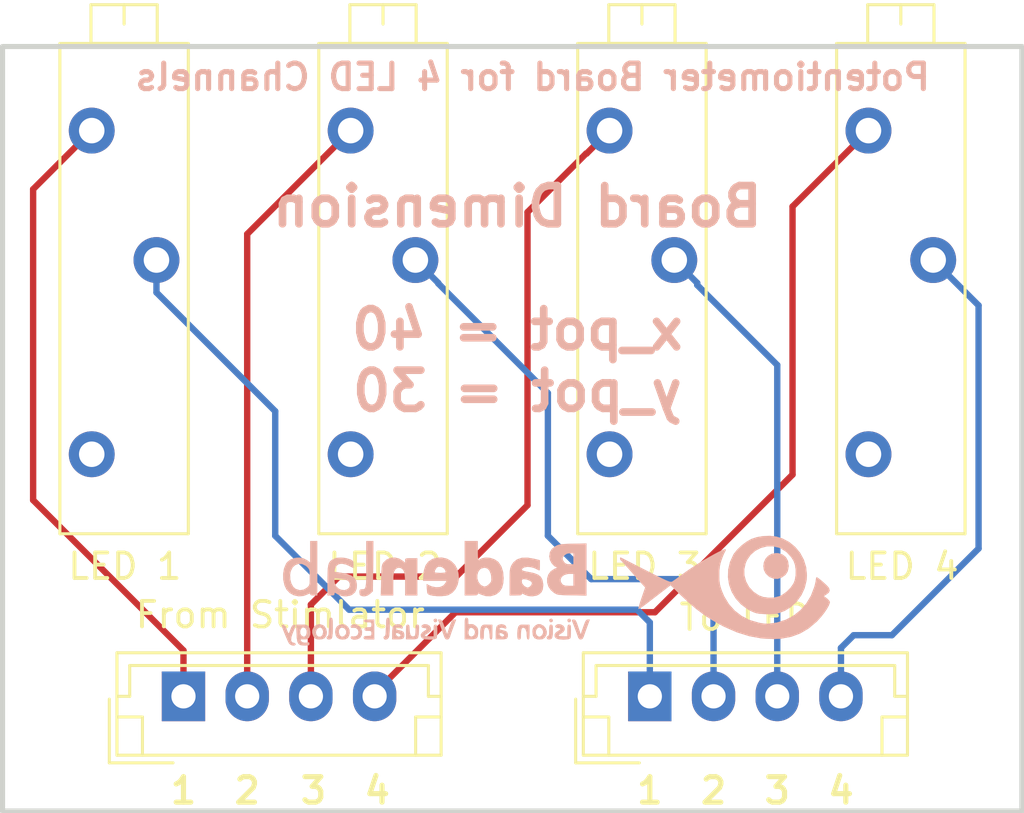
<source format=kicad_pcb>

(kicad_pcb
  (version 20171130)
  (host pcbnew "(5.1.12)-1")
  (general
    (thickness 1.6)
    (drawings 14)
    (tracks 45)
    (zones 0)
    (modules 7)
    (nets 13))
  (page A4)
  (layers
    (0 F.Cu signal)
    (31 B.Cu signal)
    (32 B.Adhes user hide)
    (33 F.Adhes user hide)
    (34 B.Paste user hide)
    (35 F.Paste user hide)
    (36 B.SilkS user hide)
    (37 F.SilkS user hide)
    (38 B.Mask user hide)
    (39 F.Mask user hide)
    (40 Dwgs.User user hide)
    (41 Cmts.User user hide)
    (42 Eco1.User user hide)
    (43 Eco2.User user hide)
    (44 Edge.Cuts user)
    (45 Margin user hide)
    (46 B.CrtYd user hide)
    (47 F.CrtYd user hide)
    (48 B.Fab user hide)
    (49 F.Fab user hide))
  (setup
    (last_trace_width 0.25)
    (trace_clearance 0.2)
    (zone_clearance 0.508)
    (zone_45_only no)
    (trace_min 0.2)
    (via_size 0.8)
    (via_drill 0.4)
    (via_min_size 0.4)
    (via_min_drill 0.3)
    (uvia_size 0.3)
    (uvia_drill 0.1)
    (uvias_allowed no)
    (uvia_min_size 0.2)
    (uvia_min_drill 0.1)
    (edge_width 0.15)
    (segment_width 0.2)
    (pcb_text_width 0.3)
    (pcb_text_size 1.5 1.5)
    (mod_edge_width 0.15)
    (mod_text_size 1 1)
    (mod_text_width 0.15)
    (pad_size 1.524 1.524)
    (pad_drill 0.762)
    (pad_to_mask_clearance 0.2)
    (aux_axis_origin 0 0)
    (visible_elements 7FFFFFFF)
    (pcbplotparams
      (layerselection 0x3ffff_ffffffff)
      (usegerberextensions false)
      (usegerberattributes false)
      (usegerberadvancedattributes false)
      (creategerberjobfile false)
      (excludeedgelayer true)
      (linewidth 0.1)
      (plotframeref false)
      (viasonmask false)
      (mode 1)
      (useauxorigin false)
      (hpglpennumber 1)
      (hpglpenspeed 20)
      (hpglpendiameter 15.0)
      (psnegative false)
      (psa4output false)
      (plotreference true)
      (plotvalue true)
      (plotinvisibletext false)
      (padsonsilk false)
      (subtractmaskfromsilk false)
      (outputformat 1)
      (mirror false)
      (drillshape 0)
      (scaleselection 1)
      (outputdirectory "")))
  (net 0 "")
  (net 1 "Net-(J1-Pad1)")
  (net 2 "Net-(J1-Pad2)")
  (net 3 "Net-(J1-Pad3)")
  (net 4 "Net-(J1-Pad4)")
  (net 5 "Net-(J2-Pad4)")
  (net 6 "Net-(J2-Pad3)")
  (net 7 "Net-(J2-Pad2)")
  (net 8 "Net-(J2-Pad1)")
  (net 9 "Net-(RV1-Pad1)")
  (net 10 "Net-(RV2-Pad1)")
  (net 11 "Net-(RV3-Pad1)")
  (net 12 "Net-(RV4-Pad1)")
  (net_class Default "This is the default net class."
    (clearance 0.2)
    (trace_width 0.25)
    (via_dia 0.8)
    (via_drill 0.4)
    (uvia_dia 0.3)
    (uvia_drill 0.1)
    (add_net "Net-(J1-Pad1)")
    (add_net "Net-(J1-Pad2)")
    (add_net "Net-(J1-Pad3)")
    (add_net "Net-(J1-Pad4)")
    (add_net "Net-(J2-Pad1)")
    (add_net "Net-(J2-Pad2)")
    (add_net "Net-(J2-Pad3)")
    (add_net "Net-(J2-Pad4)")
    (add_net "Net-(RV1-Pad1)")
    (add_net "Net-(RV2-Pad1)")
    (add_net "Net-(RV3-Pad1)")
    (add_net "Net-(RV4-Pad1)"))
  (module Connector_JST:JST_EH_B04B-EH-A_1x04_P2.50mm_Vertical
    (layer F.Cu)
    (tedit 5C756DE9)
    (tstamp 5C75DBC1)
    (at 124.6 79.5)
    (descr "JST EH series connector, B04B-EH-A (http://www.jst-mfg.com/product/pdf/eng/eEH.pdf), generated with kicad-footprint-generator")
    (tags "connector JST EH side entry")
    (path /5C756BCF)
    (fp_text reference "From Stimlator"
      (at 3.8 -3.2)
      (layer F.SilkS)
      (effects
        (font
          (size 1 1)
          (thickness 0.15))))
    (fp_text value ""
      (at 3.75 3.4)
      (layer F.Fab)
      (effects
        (font
          (size 1 1)
          (thickness 0.15))))
    (fp_text user ""
      (at -2.525001 2.374999)
      (layer F.Fab)
      (effects
        (font
          (size 1 1)
          (thickness 0.15))))
    (fp_line
      (start -2.91 2.61)
      (end -0.41 2.61)
      (layer F.Fab)
      (width 0.1))
    (fp_line
      (start -2.91 0.11)
      (end -2.91 2.61)
      (layer F.Fab)
      (width 0.1))
    (fp_line
      (start -2.91 2.61)
      (end -0.41 2.61)
      (layer F.SilkS)
      (width 0.12))
    (fp_line
      (start -2.91 0.11)
      (end -2.91 2.61)
      (layer F.SilkS)
      (width 0.12))
    (fp_line
      (start 9.11 0.81)
      (end 9.11 2.31)
      (layer F.SilkS)
      (width 0.12))
    (fp_line
      (start 10.11 0.81)
      (end 9.11 0.81)
      (layer F.SilkS)
      (width 0.12))
    (fp_line
      (start -1.61 0.81)
      (end -1.61 2.31)
      (layer F.SilkS)
      (width 0.12))
    (fp_line
      (start -2.61 0.81)
      (end -1.61 0.81)
      (layer F.SilkS)
      (width 0.12))
    (fp_line
      (start 9.61 0)
      (end 10.11 0)
      (layer F.SilkS)
      (width 0.12))
    (fp_line
      (start 9.61 -1.21)
      (end 9.61 0)
      (layer F.SilkS)
      (width 0.12))
    (fp_line
      (start -2.11 -1.21)
      (end 9.61 -1.21)
      (layer F.SilkS)
      (width 0.12))
    (fp_line
      (start -2.11 0)
      (end -2.11 -1.21)
      (layer F.SilkS)
      (width 0.12))
    (fp_line
      (start -2.61 0)
      (end -2.11 0)
      (layer F.SilkS)
      (width 0.12))
    (fp_line
      (start 10.11 -1.71)
      (end -2.61 -1.71)
      (layer F.SilkS)
      (width 0.12))
    (fp_line
      (start 10.11 2.31)
      (end 10.11 -1.71)
      (layer F.SilkS)
      (width 0.12))
    (fp_line
      (start -2.61 2.31)
      (end 10.11 2.31)
      (layer F.SilkS)
      (width 0.12))
    (fp_line
      (start -2.61 -1.71)
      (end -2.61 2.31)
      (layer F.SilkS)
      (width 0.12))
    (fp_line
      (start 10.5 -2.1)
      (end -3 -2.1)
      (layer F.CrtYd)
      (width 0.05))
    (fp_line
      (start 10.5 2.7)
      (end 10.5 -2.1)
      (layer F.CrtYd)
      (width 0.05))
    (fp_line
      (start -3 2.7)
      (end 10.5 2.7)
      (layer F.CrtYd)
      (width 0.05))
    (fp_line
      (start -3 -2.1)
      (end -3 2.7)
      (layer F.CrtYd)
      (width 0.05))
    (fp_line
      (start 10 -1.6)
      (end -2.5 -1.6)
      (layer F.Fab)
      (width 0.1))
    (fp_line
      (start 10 2.2)
      (end 10 -1.6)
      (layer F.Fab)
      (width 0.1))
    (fp_line
      (start -2.5 2.2)
      (end 10 2.2)
      (layer F.Fab)
      (width 0.1))
    (fp_line
      (start -2.5 -1.6)
      (end -2.5 2.2)
      (layer F.Fab)
      (width 0.1))
    (pad 1 thru_hole rect
      (at 0 0)
      (size 1.7 1.95)
      (drill 0.95)
      (layers *.Cu *.Mask)
      (net 1 "Net-(J1-Pad1)"))
    (pad 2 thru_hole oval
      (at 2.5 0)
      (size 1.7 1.95)
      (drill 0.95)
      (layers *.Cu *.Mask)
      (net 2 "Net-(J1-Pad2)"))
    (pad 3 thru_hole oval
      (at 5 0)
      (size 1.7 1.95)
      (drill 0.95)
      (layers *.Cu *.Mask)
      (net 3 "Net-(J1-Pad3)"))
    (pad 4 thru_hole oval
      (at 7.5 0)
      (size 1.7 1.95)
      (drill 0.95)
      (layers *.Cu *.Mask)
      (net 4 "Net-(J1-Pad4)"))
    (model ${KISYS3DMOD}/Connector_JST.3dshapes/JST_EH_B04B-EH-A_1x04_P2.50mm_Vertical.wrl
      (at
        (xyz 0 0 0))
      (scale
        (xyz 1 1 1))
      (rotate
        (xyz 0 0 0))))
  (module Connector_JST:JST_EH_B04B-EH-A_1x04_P2.50mm_Vertical
    (layer F.Cu)
    (tedit 5C756DED)
    (tstamp 5C75DBE3)
    (at 142.9 79.5)
    (descr "JST EH series connector, B04B-EH-A (http://www.jst-mfg.com/product/pdf/eng/eEH.pdf), generated with kicad-footprint-generator")
    (tags "connector JST EH side entry")
    (path /5C756C33)
    (fp_text reference "To LED"
      (at 3.75 -3.1)
      (layer F.SilkS)
      (effects
        (font
          (size 1 1)
          (thickness 0.15))))
    (fp_text value ""
      (at 3.75 3.4)
      (layer F.Fab)
      (effects
        (font
          (size 1 1)
          (thickness 0.15))))
    (fp_text user ""
      (at 3.75 1.5)
      (layer F.Fab)
      (effects
        (font
          (size 1 1)
          (thickness 0.15))))
    (fp_line
      (start -2.5 -1.6)
      (end -2.5 2.2)
      (layer F.Fab)
      (width 0.1))
    (fp_line
      (start -2.5 2.2)
      (end 10 2.2)
      (layer F.Fab)
      (width 0.1))
    (fp_line
      (start 10 2.2)
      (end 10 -1.6)
      (layer F.Fab)
      (width 0.1))
    (fp_line
      (start 10 -1.6)
      (end -2.5 -1.6)
      (layer F.Fab)
      (width 0.1))
    (fp_line
      (start -3 -2.1)
      (end -3 2.7)
      (layer F.CrtYd)
      (width 0.05))
    (fp_line
      (start -3 2.7)
      (end 10.5 2.7)
      (layer F.CrtYd)
      (width 0.05))
    (fp_line
      (start 10.5 2.7)
      (end 10.5 -2.1)
      (layer F.CrtYd)
      (width 0.05))
    (fp_line
      (start 10.5 -2.1)
      (end -3 -2.1)
      (layer F.CrtYd)
      (width 0.05))
    (fp_line
      (start -2.61 -1.71)
      (end -2.61 2.31)
      (layer F.SilkS)
      (width 0.12))
    (fp_line
      (start -2.61 2.31)
      (end 10.11 2.31)
      (layer F.SilkS)
      (width 0.12))
    (fp_line
      (start 10.11 2.31)
      (end 10.11 -1.71)
      (layer F.SilkS)
      (width 0.12))
    (fp_line
      (start 10.11 -1.71)
      (end -2.61 -1.71)
      (layer F.SilkS)
      (width 0.12))
    (fp_line
      (start -2.61 0)
      (end -2.11 0)
      (layer F.SilkS)
      (width 0.12))
    (fp_line
      (start -2.11 0)
      (end -2.11 -1.21)
      (layer F.SilkS)
      (width 0.12))
    (fp_line
      (start -2.11 -1.21)
      (end 9.61 -1.21)
      (layer F.SilkS)
      (width 0.12))
    (fp_line
      (start 9.61 -1.21)
      (end 9.61 0)
      (layer F.SilkS)
      (width 0.12))
    (fp_line
      (start 9.61 0)
      (end 10.11 0)
      (layer F.SilkS)
      (width 0.12))
    (fp_line
      (start -2.61 0.81)
      (end -1.61 0.81)
      (layer F.SilkS)
      (width 0.12))
    (fp_line
      (start -1.61 0.81)
      (end -1.61 2.31)
      (layer F.SilkS)
      (width 0.12))
    (fp_line
      (start 10.11 0.81)
      (end 9.11 0.81)
      (layer F.SilkS)
      (width 0.12))
    (fp_line
      (start 9.11 0.81)
      (end 9.11 2.31)
      (layer F.SilkS)
      (width 0.12))
    (fp_line
      (start -2.91 0.11)
      (end -2.91 2.61)
      (layer F.SilkS)
      (width 0.12))
    (fp_line
      (start -2.91 2.61)
      (end -0.41 2.61)
      (layer F.SilkS)
      (width 0.12))
    (fp_line
      (start -2.91 0.11)
      (end -2.91 2.61)
      (layer F.Fab)
      (width 0.1))
    (fp_line
      (start -2.91 2.61)
      (end -0.41 2.61)
      (layer F.Fab)
      (width 0.1))
    (pad 4 thru_hole oval
      (at 7.5 0)
      (size 1.7 1.95)
      (drill 0.95)
      (layers *.Cu *.Mask)
      (net 5 "Net-(J2-Pad4)"))
    (pad 3 thru_hole oval
      (at 5 0)
      (size 1.7 1.95)
      (drill 0.95)
      (layers *.Cu *.Mask)
      (net 6 "Net-(J2-Pad3)"))
    (pad 2 thru_hole oval
      (at 2.5 0)
      (size 1.7 1.95)
      (drill 0.95)
      (layers *.Cu *.Mask)
      (net 7 "Net-(J2-Pad2)"))
    (pad 1 thru_hole rect
      (at 0 0)
      (size 1.7 1.95)
      (drill 0.95)
      (layers *.Cu *.Mask)
      (net 8 "Net-(J2-Pad1)"))
    (model ${KISYS3DMOD}/Connector_JST.3dshapes/JST_EH_B04B-EH-A_1x04_P2.50mm_Vertical.wrl
      (at
        (xyz 0 0 0))
      (scale
        (xyz 1 1 1))
      (rotate
        (xyz 0 0 0))))
  (module Potentiometer_THT:Potentiometer_Vishay_43_Horizontal
    (layer F.Cu)
    (tedit 5C756EAB)
    (tstamp 5C75DC01)
    (at 121 70 270)
    (descr "Potentiometer, horizontal, Vishay 43, http://www.vishay.com/docs/57026/43.pdf")
    (tags "Potentiometer horizontal Vishay 43")
    (path /5C756AE9)
    (fp_text reference "LED 1"
      (at 4.4 -1.3)
      (layer F.SilkS)
      (effects
        (font
          (size 1 1)
          (thickness 0.15))))
    (fp_text value ""
      (at -7.26 2.38 270)
      (layer F.Fab)
      (effects
        (font
          (size 1 1)
          (thickness 0.15))))
    (fp_text user %R
      (at -6.5 -1.27 270)
      (layer F.Fab)
      (effects
        (font
          (size 1 1)
          (thickness 0.15))))
    (fp_line
      (start -16 -3.67)
      (end -16 1.13)
      (layer F.Fab)
      (width 0.1))
    (fp_line
      (start -16 1.13)
      (end 3 1.13)
      (layer F.Fab)
      (width 0.1))
    (fp_line
      (start 3 1.13)
      (end 3 -3.67)
      (layer F.Fab)
      (width 0.1))
    (fp_line
      (start 3 -3.67)
      (end -16 -3.67)
      (layer F.Fab)
      (width 0.1))
    (fp_line
      (start -17.52 -2.45)
      (end -17.52 -0.09)
      (layer F.Fab)
      (width 0.1))
    (fp_line
      (start -17.52 -0.09)
      (end -16 -0.09)
      (layer F.Fab)
      (width 0.1))
    (fp_line
      (start -16 -0.09)
      (end -16 -2.45)
      (layer F.Fab)
      (width 0.1))
    (fp_line
      (start -16 -2.45)
      (end -17.52 -2.45)
      (layer F.Fab)
      (width 0.1))
    (fp_line
      (start -17.52 -1.27)
      (end -16.76 -1.27)
      (layer F.Fab)
      (width 0.1))
    (fp_line
      (start -16.12 -3.79)
      (end 3.12 -3.79)
      (layer F.SilkS)
      (width 0.12))
    (fp_line
      (start -16.12 1.25)
      (end 3.12 1.25)
      (layer F.SilkS)
      (width 0.12))
    (fp_line
      (start -16.12 -3.79)
      (end -16.12 1.25)
      (layer F.SilkS)
      (width 0.12))
    (fp_line
      (start 3.12 -3.79)
      (end 3.12 1.25)
      (layer F.SilkS)
      (width 0.12))
    (fp_line
      (start -17.64 -2.57)
      (end -16.121 -2.57)
      (layer F.SilkS)
      (width 0.12))
    (fp_line
      (start -17.64 0.03)
      (end -16.121 0.03)
      (layer F.SilkS)
      (width 0.12))
    (fp_line
      (start -17.64 -2.57)
      (end -17.64 0.03)
      (layer F.SilkS)
      (width 0.12))
    (fp_line
      (start -16.121 -2.57)
      (end -16.121 0.03)
      (layer F.SilkS)
      (width 0.12))
    (fp_line
      (start -17.64 -1.27)
      (end -16.881 -1.27)
      (layer F.SilkS)
      (width 0.12))
    (fp_line
      (start -17.8 -3.95)
      (end -17.8 1.4)
      (layer F.CrtYd)
      (width 0.05))
    (fp_line
      (start -17.8 1.4)
      (end 3.25 1.4)
      (layer F.CrtYd)
      (width 0.05))
    (fp_line
      (start 3.25 1.4)
      (end 3.25 -3.95)
      (layer F.CrtYd)
      (width 0.05))
    (fp_line
      (start 3.25 -3.95)
      (end -17.8 -3.95)
      (layer F.CrtYd)
      (width 0.05))
    (pad 3 thru_hole circle
      (at -12.7 0 270)
      (size 1.8 1.8)
      (drill 1)
      (layers *.Cu *.Mask)
      (net 1 "Net-(J1-Pad1)"))
    (pad 2 thru_hole circle
      (at -7.62 -2.54 270)
      (size 1.8 1.8)
      (drill 1)
      (layers *.Cu *.Mask)
      (net 8 "Net-(J2-Pad1)"))
    (pad 1 thru_hole circle
      (at 0 0 270)
      (size 1.8 1.8)
      (drill 1)
      (layers *.Cu *.Mask)
      (net 9 "Net-(RV1-Pad1)"))
    (model ${KISYS3DMOD}/Potentiometer_THT.3dshapes/Potentiometer_Vishay_43_Horizontal.wrl
      (at
        (xyz 0 0 0))
      (scale
        (xyz 1 1 1))
      (rotate
        (xyz 0 0 0))))
  (module Potentiometer_THT:Potentiometer_Vishay_43_Horizontal
    (layer F.Cu)
    (tedit 5C756EB5)
    (tstamp 5C75DC1F)
    (at 131.16 70 270)
    (descr "Potentiometer, horizontal, Vishay 43, http://www.vishay.com/docs/57026/43.pdf")
    (tags "Potentiometer horizontal Vishay 43")
    (path /5C756AAB)
    (fp_text reference "LED 2"
      (at 4.4 -1.34)
      (layer F.SilkS)
      (effects
        (font
          (size 1 1)
          (thickness 0.15))))
    (fp_text value ""
      (at -7.26 2.38 270)
      (layer F.Fab)
      (effects
        (font
          (size 1 1)
          (thickness 0.15))))
    (fp_text user %R
      (at -6.5 -1.27 270)
      (layer F.Fab)
      (effects
        (font
          (size 1 1)
          (thickness 0.15))))
    (fp_line
      (start 3.25 -3.95)
      (end -17.8 -3.95)
      (layer F.CrtYd)
      (width 0.05))
    (fp_line
      (start 3.25 1.4)
      (end 3.25 -3.95)
      (layer F.CrtYd)
      (width 0.05))
    (fp_line
      (start -17.8 1.4)
      (end 3.25 1.4)
      (layer F.CrtYd)
      (width 0.05))
    (fp_line
      (start -17.8 -3.95)
      (end -17.8 1.4)
      (layer F.CrtYd)
      (width 0.05))
    (fp_line
      (start -17.64 -1.27)
      (end -16.881 -1.27)
      (layer F.SilkS)
      (width 0.12))
    (fp_line
      (start -16.121 -2.57)
      (end -16.121 0.03)
      (layer F.SilkS)
      (width 0.12))
    (fp_line
      (start -17.64 -2.57)
      (end -17.64 0.03)
      (layer F.SilkS)
      (width 0.12))
    (fp_line
      (start -17.64 0.03)
      (end -16.121 0.03)
      (layer F.SilkS)
      (width 0.12))
    (fp_line
      (start -17.64 -2.57)
      (end -16.121 -2.57)
      (layer F.SilkS)
      (width 0.12))
    (fp_line
      (start 3.12 -3.79)
      (end 3.12 1.25)
      (layer F.SilkS)
      (width 0.12))
    (fp_line
      (start -16.12 -3.79)
      (end -16.12 1.25)
      (layer F.SilkS)
      (width 0.12))
    (fp_line
      (start -16.12 1.25)
      (end 3.12 1.25)
      (layer F.SilkS)
      (width 0.12))
    (fp_line
      (start -16.12 -3.79)
      (end 3.12 -3.79)
      (layer F.SilkS)
      (width 0.12))
    (fp_line
      (start -17.52 -1.27)
      (end -16.76 -1.27)
      (layer F.Fab)
      (width 0.1))
    (fp_line
      (start -16 -2.45)
      (end -17.52 -2.45)
      (layer F.Fab)
      (width 0.1))
    (fp_line
      (start -16 -0.09)
      (end -16 -2.45)
      (layer F.Fab)
      (width 0.1))
    (fp_line
      (start -17.52 -0.09)
      (end -16 -0.09)
      (layer F.Fab)
      (width 0.1))
    (fp_line
      (start -17.52 -2.45)
      (end -17.52 -0.09)
      (layer F.Fab)
      (width 0.1))
    (fp_line
      (start 3 -3.67)
      (end -16 -3.67)
      (layer F.Fab)
      (width 0.1))
    (fp_line
      (start 3 1.13)
      (end 3 -3.67)
      (layer F.Fab)
      (width 0.1))
    (fp_line
      (start -16 1.13)
      (end 3 1.13)
      (layer F.Fab)
      (width 0.1))
    (fp_line
      (start -16 -3.67)
      (end -16 1.13)
      (layer F.Fab)
      (width 0.1))
    (pad 1 thru_hole circle
      (at 0 0 270)
      (size 1.8 1.8)
      (drill 1)
      (layers *.Cu *.Mask)
      (net 10 "Net-(RV2-Pad1)"))
    (pad 2 thru_hole circle
      (at -7.62 -2.54 270)
      (size 1.8 1.8)
      (drill 1)
      (layers *.Cu *.Mask)
      (net 7 "Net-(J2-Pad2)"))
    (pad 3 thru_hole circle
      (at -12.7 0 270)
      (size 1.8 1.8)
      (drill 1)
      (layers *.Cu *.Mask)
      (net 2 "Net-(J1-Pad2)"))
    (model ${KISYS3DMOD}/Potentiometer_THT.3dshapes/Potentiometer_Vishay_43_Horizontal.wrl
      (at
        (xyz 0 0 0))
      (scale
        (xyz 1 1 1))
      (rotate
        (xyz 0 0 0))))
  (module Potentiometer_THT:Potentiometer_Vishay_43_Horizontal
    (layer F.Cu)
    (tedit 5C756EDA)
    (tstamp 5C75DC3D)
    (at 141.32 70 270)
    (descr "Potentiometer, horizontal, Vishay 43, http://www.vishay.com/docs/57026/43.pdf")
    (tags "Potentiometer horizontal Vishay 43")
    (path /5C756A65)
    (fp_text reference "LED 3"
      (at 4.4 -1.38)
      (layer F.SilkS)
      (effects
        (font
          (size 1 1)
          (thickness 0.15))))
    (fp_text value ""
      (at -7.26 2.38 270)
      (layer F.Fab)
      (effects
        (font
          (size 1 1)
          (thickness 0.15))))
    (fp_text user %R
      (at -6.5 -1.27 270)
      (layer F.Fab)
      (effects
        (font
          (size 1 1)
          (thickness 0.15))))
    (fp_line
      (start -16 -3.67)
      (end -16 1.13)
      (layer F.Fab)
      (width 0.1))
    (fp_line
      (start -16 1.13)
      (end 3 1.13)
      (layer F.Fab)
      (width 0.1))
    (fp_line
      (start 3 1.13)
      (end 3 -3.67)
      (layer F.Fab)
      (width 0.1))
    (fp_line
      (start 3 -3.67)
      (end -16 -3.67)
      (layer F.Fab)
      (width 0.1))
    (fp_line
      (start -17.52 -2.45)
      (end -17.52 -0.09)
      (layer F.Fab)
      (width 0.1))
    (fp_line
      (start -17.52 -0.09)
      (end -16 -0.09)
      (layer F.Fab)
      (width 0.1))
    (fp_line
      (start -16 -0.09)
      (end -16 -2.45)
      (layer F.Fab)
      (width 0.1))
    (fp_line
      (start -16 -2.45)
      (end -17.52 -2.45)
      (layer F.Fab)
      (width 0.1))
    (fp_line
      (start -17.52 -1.27)
      (end -16.76 -1.27)
      (layer F.Fab)
      (width 0.1))
    (fp_line
      (start -16.12 -3.79)
      (end 3.12 -3.79)
      (layer F.SilkS)
      (width 0.12))
    (fp_line
      (start -16.12 1.25)
      (end 3.12 1.25)
      (layer F.SilkS)
      (width 0.12))
    (fp_line
      (start -16.12 -3.79)
      (end -16.12 1.25)
      (layer F.SilkS)
      (width 0.12))
    (fp_line
      (start 3.12 -3.79)
      (end 3.12 1.25)
      (layer F.SilkS)
      (width 0.12))
    (fp_line
      (start -17.64 -2.57)
      (end -16.121 -2.57)
      (layer F.SilkS)
      (width 0.12))
    (fp_line
      (start -17.64 0.03)
      (end -16.121 0.03)
      (layer F.SilkS)
      (width 0.12))
    (fp_line
      (start -17.64 -2.57)
      (end -17.64 0.03)
      (layer F.SilkS)
      (width 0.12))
    (fp_line
      (start -16.121 -2.57)
      (end -16.121 0.03)
      (layer F.SilkS)
      (width 0.12))
    (fp_line
      (start -17.64 -1.27)
      (end -16.881 -1.27)
      (layer F.SilkS)
      (width 0.12))
    (fp_line
      (start -17.8 -3.95)
      (end -17.8 1.4)
      (layer F.CrtYd)
      (width 0.05))
    (fp_line
      (start -17.8 1.4)
      (end 3.25 1.4)
      (layer F.CrtYd)
      (width 0.05))
    (fp_line
      (start 3.25 1.4)
      (end 3.25 -3.95)
      (layer F.CrtYd)
      (width 0.05))
    (fp_line
      (start 3.25 -3.95)
      (end -17.8 -3.95)
      (layer F.CrtYd)
      (width 0.05))
    (pad 3 thru_hole circle
      (at -12.7 0 270)
      (size 1.8 1.8)
      (drill 1)
      (layers *.Cu *.Mask)
      (net 3 "Net-(J1-Pad3)"))
    (pad 2 thru_hole circle
      (at -7.62 -2.54 270)
      (size 1.8 1.8)
      (drill 1)
      (layers *.Cu *.Mask)
      (net 6 "Net-(J2-Pad3)"))
    (pad 1 thru_hole circle
      (at 0 0 270)
      (size 1.8 1.8)
      (drill 1)
      (layers *.Cu *.Mask)
      (net 11 "Net-(RV3-Pad1)"))
    (model ${KISYS3DMOD}/Potentiometer_THT.3dshapes/Potentiometer_Vishay_43_Horizontal.wrl
      (at
        (xyz 0 0 0))
      (scale
        (xyz 1 1 1))
      (rotate
        (xyz 0 0 0))))
  (module Potentiometer_THT:Potentiometer_Vishay_43_Horizontal
    (layer F.Cu)
    (tedit 5C756EE4)
    (tstamp 5C75DC5B)
    (at 151.48 70 270)
    (descr "Potentiometer, horizontal, Vishay 43, http://www.vishay.com/docs/57026/43.pdf")
    (tags "Potentiometer horizontal Vishay 43")
    (path /5C756885)
    (fp_text reference "LED 4"
      (at 4.4 -1.32)
      (layer F.SilkS)
      (effects
        (font
          (size 1 1)
          (thickness 0.15))))
    (fp_text value ""
      (at -7.26 2.38 270)
      (layer F.Fab)
      (effects
        (font
          (size 1 1)
          (thickness 0.15))))
    (fp_text user %R
      (at -6.5 -1.27 270)
      (layer F.Fab)
      (effects
        (font
          (size 1 1)
          (thickness 0.15))))
    (fp_line
      (start 3.25 -3.95)
      (end -17.8 -3.95)
      (layer F.CrtYd)
      (width 0.05))
    (fp_line
      (start 3.25 1.4)
      (end 3.25 -3.95)
      (layer F.CrtYd)
      (width 0.05))
    (fp_line
      (start -17.8 1.4)
      (end 3.25 1.4)
      (layer F.CrtYd)
      (width 0.05))
    (fp_line
      (start -17.8 -3.95)
      (end -17.8 1.4)
      (layer F.CrtYd)
      (width 0.05))
    (fp_line
      (start -17.64 -1.27)
      (end -16.881 -1.27)
      (layer F.SilkS)
      (width 0.12))
    (fp_line
      (start -16.121 -2.57)
      (end -16.121 0.03)
      (layer F.SilkS)
      (width 0.12))
    (fp_line
      (start -17.64 -2.57)
      (end -17.64 0.03)
      (layer F.SilkS)
      (width 0.12))
    (fp_line
      (start -17.64 0.03)
      (end -16.121 0.03)
      (layer F.SilkS)
      (width 0.12))
    (fp_line
      (start -17.64 -2.57)
      (end -16.121 -2.57)
      (layer F.SilkS)
      (width 0.12))
    (fp_line
      (start 3.12 -3.79)
      (end 3.12 1.25)
      (layer F.SilkS)
      (width 0.12))
    (fp_line
      (start -16.12 -3.79)
      (end -16.12 1.25)
      (layer F.SilkS)
      (width 0.12))
    (fp_line
      (start -16.12 1.25)
      (end 3.12 1.25)
      (layer F.SilkS)
      (width 0.12))
    (fp_line
      (start -16.12 -3.79)
      (end 3.12 -3.79)
      (layer F.SilkS)
      (width 0.12))
    (fp_line
      (start -17.52 -1.27)
      (end -16.76 -1.27)
      (layer F.Fab)
      (width 0.1))
    (fp_line
      (start -16 -2.45)
      (end -17.52 -2.45)
      (layer F.Fab)
      (width 0.1))
    (fp_line
      (start -16 -0.09)
      (end -16 -2.45)
      (layer F.Fab)
      (width 0.1))
    (fp_line
      (start -17.52 -0.09)
      (end -16 -0.09)
      (layer F.Fab)
      (width 0.1))
    (fp_line
      (start -17.52 -2.45)
      (end -17.52 -0.09)
      (layer F.Fab)
      (width 0.1))
    (fp_line
      (start 3 -3.67)
      (end -16 -3.67)
      (layer F.Fab)
      (width 0.1))
    (fp_line
      (start 3 1.13)
      (end 3 -3.67)
      (layer F.Fab)
      (width 0.1))
    (fp_line
      (start -16 1.13)
      (end 3 1.13)
      (layer F.Fab)
      (width 0.1))
    (fp_line
      (start -16 -3.67)
      (end -16 1.13)
      (layer F.Fab)
      (width 0.1))
    (pad 1 thru_hole circle
      (at 0 0 270)
      (size 1.8 1.8)
      (drill 1)
      (layers *.Cu *.Mask)
      (net 12 "Net-(RV4-Pad1)"))
    (pad 2 thru_hole circle
      (at -7.62 -2.54 270)
      (size 1.8 1.8)
      (drill 1)
      (layers *.Cu *.Mask)
      (net 5 "Net-(J2-Pad4)"))
    (pad 3 thru_hole circle
      (at -12.7 0 270)
      (size 1.8 1.8)
      (drill 1)
      (layers *.Cu *.Mask)
      (net 4 "Net-(J1-Pad4)"))
    (model ${KISYS3DMOD}/Potentiometer_THT.3dshapes/Potentiometer_Vishay_43_Horizontal.wrl
      (at
        (xyz 0 0 0))
      (scale
        (xyz 1 1 1))
      (rotate
        (xyz 0 0 0))))
  (module "Maxime:logo 750"
    (layer B.Cu)
    (tedit 0)
    (tstamp 5C75F148)
    (at 137.5 75.1 180)
    (fp_text reference G***
      (at 0 0 180)
      (layer B.SilkS) hide
      (effects
        (font
          (size 1.524 1.524)
          (thickness 0.3))
        (justify mirror)))
    (fp_text value LOGO
      (at 0.75 0 180)
      (layer B.SilkS) hide
      (effects
        (font
          (size 1.524 1.524)
          (thickness 0.3))
        (justify mirror)))
    (fp_poly
      (pts
        (xy 8.27785 -1.587473)
        (xy 8.376731 -1.589003)
        (xy 8.473063 -1.59017)
        (xy 8.461398 -1.926144)
        (xy 8.450397 -2.116261)
        (xy 8.428326 -2.248817)
        (xy 8.388438 -2.333844)
        (xy 8.323985 -2.381377)
        (xy 8.228221 -2.401449)
        (xy 8.139685 -2.404534)
        (xy 8.03397 -2.401458)
        (xy 7.979589 -2.388131)
        (xy 7.960267 -2.358407)
        (xy 7.958667 -2.336155)
        (xy 7.970472 -2.288299)
        (xy 8.018556 -2.283528)
        (xy 8.043334 -2.289026)
        (xy 8.154777 -2.297977)
        (xy 8.248225 -2.272422)
        (xy 8.301882 -2.218962)
        (xy 8.304938 -2.209779)
        (xy 8.305524 -2.17177)
        (xy 8.269547 -2.158298)
        (xy 8.18876 -2.162327)
        (xy 8.059174 -2.154725)
        (xy 7.975048 -2.099858)
        (xy 7.932311 -1.993607)
        (xy 7.9248 -1.895036)
        (xy 7.926809 -1.8796)
        (xy 8.060267 -1.8796)
        (xy 8.080034 -1.988857)
        (xy 8.131593 -2.05121)
        (xy 8.203331 -2.059564)
        (xy 8.277981 -2.012648)
        (xy 8.320548 -1.934424)
        (xy 8.324957 -1.841628)
        (xy 8.296606 -1.756736)
        (xy 8.24089 -1.702224)
        (xy 8.201315 -1.693334)
        (xy 8.116538 -1.722017)
        (xy 8.068967 -1.803829)
        (xy 8.060267 -1.8796)
        (xy 7.926809 -1.8796)
        (xy 7.945121 -1.738907)
        (xy 8.006003 -1.636863)
        (xy 8.107328 -1.589059)
        (xy 8.164169 -1.585236)
        (xy 8.27785 -1.587473))
      (layer B.SilkS)
      (width 0.01))
    (fp_poly
      (pts
        (xy 9.030962 -1.603936)
        (xy 9.0424 -1.619769)
        (xy 9.029708 -1.669416)
        (xy 8.996225 -1.763985)
        (xy 8.948838 -1.886577)
        (xy 8.894436 -2.020293)
        (xy 8.839907 -2.148236)
        (xy 8.792139 -2.253507)
        (xy 8.75802 -2.319209)
        (xy 8.755995 -2.32239)
        (xy 8.697696 -2.375363)
        (xy 8.621825 -2.403874)
        (xy 8.550533 -2.405207)
        (xy 8.505968 -2.376642)
        (xy 8.500534 -2.353734)
        (xy 8.528841 -2.312378)
        (xy 8.568993 -2.302934)
        (xy 8.64655 -2.27719)
        (xy 8.681239 -2.203061)
        (xy 8.67232 -2.085197)
        (xy 8.625983 -1.944579)
        (xy 8.56285 -1.790326)
        (xy 8.525215 -1.688197)
        (xy 8.511465 -1.628247)
        (xy 8.519988 -1.600529)
        (xy 8.549171 -1.595096)
        (xy 8.569689 -1.59743)
        (xy 8.625211 -1.624431)
        (xy 8.669512 -1.695695)
        (xy 8.696317 -1.769534)
        (xy 8.730449 -1.861851)
        (xy 8.761149 -1.920035)
        (xy 8.773679 -1.9304)
        (xy 8.798096 -1.901113)
        (xy 8.832577 -1.825934)
        (xy 8.856134 -1.761067)
        (xy 8.899904 -1.652951)
        (xy 8.943656 -1.600868)
        (xy 8.977389 -1.591734)
        (xy 9.030962 -1.603936))
      (layer B.SilkS)
      (width 0.01))
    (fp_poly
      (pts
        (xy -8.323895 1.362381)
        (xy -8.22674 1.325359)
        (xy -8.090082 1.260308)
        (xy -7.92231 1.172056)
        (xy -7.731814 1.065429)
        (xy -7.526985 0.945255)
        (xy -7.316213 0.81636)
        (xy -7.107886 0.683571)
        (xy -6.910397 0.551715)
        (xy -6.732133 0.425619)
        (xy -6.712372 0.411059)
        (xy -6.572758 0.308404)
        (xy -6.446468 0.216857)
        (xy -6.346864 0.146018)
        (xy -6.28731 0.105488)
        (xy -6.285166 0.104145)
        (xy -6.258686 0.091483)
        (xy -6.226199 0.087589)
        (xy -6.180416 0.095445)
        (xy -6.114048 0.118029)
        (xy -6.019809 0.158322)
        (xy -5.890408 0.219303)
        (xy -5.718559 0.303954)
        (xy -5.496972 0.415254)
        (xy -5.381181 0.473768)
        (xy -5.155054 0.588288)
        (xy -4.941283 0.696806)
        (xy -4.749587 0.79437)
        (xy -4.589683 0.876026)
        (xy -4.47129 0.936821)
        (xy -4.406089 0.970756)
        (xy -4.318248 1.016246)
        (xy -4.258829 1.044848)
        (xy -4.245222 1.049866)
        (xy -4.232785 1.024725)
        (xy -4.23884 0.975787)
        (xy -4.258381 0.942784)
        (xy -4.258733 0.942622)
        (xy -4.288383 0.914622)
        (xy -4.354721 0.844051)
        (xy -4.449971 0.73943)
        (xy -4.566356 0.609284)
        (xy -4.670728 0.491066)
        (xy -4.804043 0.33946)
        (xy -4.927498 0.199464)
        (xy -5.031746 0.081649)
        (xy -5.107438 -0.003414)
        (xy -5.139023 -0.038463)
        (xy -5.220722 -0.127726)
        (xy -5.078167 -0.53918)
        (xy -5.026114 -0.694851)
        (xy -4.985618 -0.826582)
        (xy -4.960297 -0.921761)
        (xy -4.95377 -0.967776)
        (xy -4.954665 -0.969688)
        (xy -4.987731 -0.958549)
        (xy -5.061461 -0.91321)
        (xy -5.163535 -0.841666)
        (xy -5.238526 -0.78545)
        (xy -5.37477 -0.680862)
        (xy -5.542121 -0.552402)
        (xy -5.717951 -0.417438)
        (xy -5.858933 -0.309228)
        (xy -6.214533 -0.036297)
        (xy -6.5532 -0.369161)
        (xy -6.898933 -0.695434)
        (xy -7.225733 -0.973624)
        (xy -7.548211 -1.214489)
        (xy -7.880979 -1.428789)
        (xy -8.238649 -1.627284)
        (xy -8.314266 -1.665937)
        (xy -8.809443 -1.883689)
        (xy -9.303972 -2.037447)
        (xy -9.794484 -2.126513)
        (xy -10.277608 -2.150191)
        (xy -10.5664 -2.132315)
        (xy -10.948077 -2.060987)
        (xy -11.301204 -1.929479)
        (xy -11.629072 -1.736179)
        (xy -11.93497 -1.479473)
        (xy -11.972013 -1.442657)
        (xy -12.110045 -1.291525)
        (xy -12.236053 -1.132366)
        (xy -12.341748 -0.977724)
        (xy -12.41884 -0.840144)
        (xy -12.45904 -0.732174)
        (xy -12.462933 -0.699716)
        (xy -12.437784 -0.648234)
        (xy -12.374564 -0.581347)
        (xy -12.343357 -0.555709)
        (xy -12.223781 -0.464504)
        (xy -12.327561 -0.401391)
        (xy -12.422999 -0.325522)
        (xy -12.45556 -0.246597)
        (xy -12.429618 -0.153511)
        (xy -12.427091 -0.148709)
        (xy -12.3849 -0.094746)
        (xy -12.308884 -0.01747)
        (xy -12.213896 0.070147)
        (xy -12.114793 0.155131)
        (xy -12.026427 0.224509)
        (xy -11.963653 0.265306)
        (xy -11.946609 0.270933)
        (xy -11.926668 0.242173)
        (xy -11.921066 0.194625)
        (xy -11.911942 0.123817)
        (xy -11.888073 0.012861)
        (xy -11.856192 -0.108537)
        (xy -11.725331 -0.451125)
        (xy -11.542155 -0.756174)
        (xy -11.31215 -1.018812)
        (xy -11.040803 -1.234168)
        (xy -10.733601 -1.397367)
        (xy -10.396031 -1.503538)
        (xy -10.257355 -1.528431)
        (xy -10.09277 -1.548393)
        (xy -9.961781 -1.55281)
        (xy -9.831895 -1.540965)
        (xy -9.689517 -1.515894)
        (xy -9.333298 -1.413456)
        (xy -9.014392 -1.255314)
        (xy -8.736135 -1.044319)
        (xy -8.501861 -0.783322)
        (xy -8.314906 -0.475176)
        (xy -8.224988 -0.263805)
        (xy -8.176542 -0.121203)
        (xy -8.146636 0.000129)
        (xy -8.131038 0.126518)
        (xy -8.125515 0.284291)
        (xy -8.125178 0.357039)
        (xy -8.128743 0.542431)
        (xy -8.141955 0.686382)
        (xy -8.168591 0.81493)
        (xy -8.211286 0.950854)
        (xy -8.259883 1.081291)
        (xy -8.307645 1.195178)
        (xy -8.344963 1.26975)
        (xy -8.347787 1.274225)
        (xy -8.376582 1.335171)
        (xy -8.373157 1.366548)
        (xy -8.323895 1.362381))
      (layer B.SilkS)
      (width 0.01))
    (fp_poly
      (pts
        (xy -2.926309 -1.397202)
        (xy -2.891933 -1.431064)
        (xy -2.855423 -1.501909)
        (xy -2.809653 -1.621524)
        (xy -2.788561 -1.681611)
        (xy -2.687012 -1.974689)
        (xy -2.589589 -1.681611)
        (xy -2.541166 -1.541619)
        (xy -2.504304 -1.454519)
        (xy -2.471605 -1.40818)
        (xy -2.43567 -1.390469)
        (xy -2.41086 -1.388534)
        (xy -2.353556 -1.398413)
        (xy -2.350083 -1.436522)
        (xy -2.354425 -1.4478)
        (xy -2.382825 -1.519449)
        (xy -2.425071 -1.630529)
        (xy -2.474167 -1.762092)
        (xy -2.523114 -1.895191)
        (xy -2.564917 -2.010881)
        (xy -2.592578 -2.090213)
        (xy -2.598314 -2.1082)
        (xy -2.642595 -2.156171)
        (xy -2.690668 -2.167467)
        (xy -2.75384 -2.145372)
        (xy -2.797104 -2.070366)
        (xy -2.801514 -2.0574)
        (xy -2.829832 -1.974266)
        (xy -2.873465 -1.850525)
        (xy -2.924297 -1.709121)
        (xy -2.939281 -1.667934)
        (xy -3.041236 -1.388534)
        (xy -2.965673 -1.388534)
        (xy -2.926309 -1.397202))
      (layer B.SilkS)
      (width 0.01))
    (fp_poly
      (pts
        (xy -1.77565 -1.578416)
        (xy -1.707579 -1.61554)
        (xy -1.690856 -1.664997)
        (xy -1.723752 -1.704936)
        (xy -1.786466 -1.71526)
        (xy -1.866122 -1.724965)
        (xy -1.892424 -1.757279)
        (xy -1.859185 -1.800226)
        (xy -1.837079 -1.813189)
        (xy -1.717494 -1.893622)
        (xy -1.66293 -1.978)
        (xy -1.674416 -2.063835)
        (xy -1.712686 -2.114248)
        (xy -1.775783 -2.145078)
        (xy -1.878167 -2.164125)
        (xy -1.999649 -2.171402)
        (xy -2.120041 -2.166922)
        (xy -2.219154 -2.150696)
        (xy -2.276802 -2.122738)
        (xy -2.282376 -2.113897)
        (xy -2.292799 -2.05417)
        (xy -2.300196 -1.949619)
        (xy -2.302933 -1.82603)
        (xy -2.301064 -1.702324)
        (xy -2.292649 -1.631752)
        (xy -2.273481 -1.599754)
        (xy -2.239349 -1.591772)
        (xy -2.2352 -1.591734)
        (xy -2.199087 -1.598353)
        (xy -2.178667 -1.628023)
        (xy -2.16958 -1.695465)
        (xy -2.167463 -1.815398)
        (xy -2.167461 -1.820334)
        (xy -2.167456 -2.048934)
        (xy -2.001033 -2.048934)
        (xy -1.876287 -2.042885)
        (xy -1.81758 -2.024377)
        (xy -1.824275 -1.992867)
        (xy -1.887386 -1.952064)
        (xy -2.001247 -1.876503)
        (xy -2.053339 -1.795768)
        (xy -2.051769 -1.709509)
        (xy -1.999732 -1.627719)
        (xy -1.905996 -1.579318)
        (xy -1.792598 -1.574769)
        (xy -1.77565 -1.578416))
      (layer B.SilkS)
      (width 0.01))
    (fp_poly
      (pts
        (xy -1.487344 -1.598594)
        (xy -1.466907 -1.629155)
        (xy -1.458085 -1.698382)
        (xy -1.456266 -1.811867)
        (xy -1.452875 -1.935343)
        (xy -1.440757 -2.003971)
        (xy -1.416996 -2.030388)
        (xy -1.405466 -2.032)
        (xy -1.364095 -2.060235)
        (xy -1.354666 -2.099734)
        (xy -1.381113 -2.150528)
        (xy -1.443482 -2.16917)
        (xy -1.516313 -2.152147)
        (xy -1.551093 -2.126827)
        (xy -1.57322 -2.070382)
        (xy -1.587471 -1.962196)
        (xy -1.591733 -1.83896)
        (xy -1.590048 -1.711186)
        (xy -1.582397 -1.636903)
        (xy -1.564887 -1.6019)
        (xy -1.533625 -1.591966)
        (xy -1.524 -1.591734)
        (xy -1.487344 -1.598594))
      (layer B.SilkS)
      (width 0.01))
    (fp_poly
      (pts
        (xy -0.923197 -1.613167)
        (xy -0.894525 -1.636473)
        (xy -0.829107 -1.706424)
        (xy -0.800821 -1.785617)
        (xy -0.795866 -1.873112)
        (xy -0.815981 -2.019608)
        (xy -0.878511 -2.114393)
        (xy -0.986736 -2.161038)
        (xy -1.066145 -2.167467)
        (xy -1.185812 -2.152119)
        (xy -1.270875 -2.099423)
        (xy -1.28103 -2.089084)
        (xy -1.343895 -1.978618)
        (xy -1.350972 -1.8796)
        (xy -1.2192 -1.8796)
        (xy -1.19504 -1.968119)
        (xy -1.136333 -2.038605)
        (xy -1.0668 -2.065867)
        (xy -1.007301 -2.043661)
        (xy -0.967619 -2.012648)
        (xy -0.92401 -1.931345)
        (xy -0.923779 -1.837441)
        (xy -0.960025 -1.753151)
        (xy -1.025848 -1.70069)
        (xy -1.0668 -1.693334)
        (xy -1.139224 -1.722862)
        (xy -1.196895 -1.794615)
        (xy -1.2192 -1.8796)
        (xy -1.350972 -1.8796)
        (xy -1.35276 -1.854592)
        (xy -1.313821 -1.734498)
        (xy -1.233275 -1.635827)
        (xy -1.117318 -1.576071)
        (xy -1.097725 -1.571636)
        (xy -1.006707 -1.570166)
        (xy -0.923197 -1.613167))
      (layer B.SilkS)
      (width 0.01))
    (fp_poly
      (pts
        (xy -0.293003 -1.605309)
        (xy -0.239632 -1.66857)
        (xy -0.210869 -1.783868)
        (xy -0.2032 -1.936873)
        (xy -0.205128 -2.059396)
        (xy -0.213784 -2.128891)
        (xy -0.233475 -2.160023)
        (xy -0.268509 -2.167454)
        (xy -0.270933 -2.167467)
        (xy -0.30943 -2.159684)
        (xy -0.329948 -2.125829)
        (xy -0.338011 -2.050142)
        (xy -0.339185 -1.972734)
        (xy -0.346512 -1.825626)
        (xy -0.369822 -1.737904)
        (xy -0.412545 -1.702394)
        (xy -0.465872 -1.707645)
        (xy -0.525631 -1.761586)
        (xy -0.562638 -1.876049)
        (xy -0.575722 -2.04735)
        (xy -0.575733 -2.053167)
        (xy -0.587611 -2.139146)
        (xy -0.625045 -2.167445)
        (xy -0.626533 -2.167467)
        (xy -0.652016 -2.155118)
        (xy -0.667574 -2.110183)
        (xy -0.675311 -2.020831)
        (xy -0.677333 -1.881865)
        (xy -0.677333 -1.596264)
        (xy -0.567266 -1.592543)
        (xy -0.460405 -1.589276)
        (xy -0.374398 -1.587106)
        (xy -0.293003 -1.605309))
      (layer B.SilkS)
      (width 0.01))
    (fp_poly
      (pts
        (xy 0.521059 -1.589846)
        (xy 0.593731 -1.637067)
        (xy 0.610493 -1.661136)
        (xy 0.627815 -1.726334)
        (xy 0.639757 -1.83405)
        (xy 0.643467 -1.941467)
        (xy 0.643467 -2.160186)
        (xy 0.446177 -2.162963)
        (xy 0.33084 -2.157979)
        (xy 0.242594 -2.142069)
        (xy 0.20911 -2.125964)
        (xy 0.175458 -2.053297)
        (xy 0.174656 -2.006565)
        (xy 0.311455 -2.006565)
        (xy 0.31991 -2.029049)
        (xy 0.374133 -2.06379)
        (xy 0.443857 -2.04457)
        (xy 0.46736 -2.025227)
        (xy 0.507744 -1.962181)
        (xy 0.497733 -1.918916)
        (xy 0.442707 -1.91211)
        (xy 0.4318 -1.914991)
        (xy 0.338429 -1.957092)
        (xy 0.311455 -2.006565)
        (xy 0.174656 -2.006565)
        (xy 0.173845 -1.959358)
        (xy 0.203169 -1.880114)
        (xy 0.217112 -1.865175)
        (xy 0.281886 -1.83304)
        (xy 0.376105 -1.807586)
        (xy 0.386445 -1.805797)
        (xy 0.465865 -1.785452)
        (xy 0.506586 -1.760442)
        (xy 0.508 -1.755573)
        (xy 0.480006 -1.715346)
        (xy 0.412194 -1.701402)
        (xy 0.328818 -1.718061)
        (xy 0.319574 -1.722022)
        (xy 0.259709 -1.742793)
        (xy 0.238888 -1.722155)
        (xy 0.237067 -1.691769)
        (xy 0.265265 -1.626096)
        (xy 0.335928 -1.586075)
        (xy 0.428159 -1.57342)
        (xy 0.521059 -1.589846))
      (layer B.SilkS)
      (width 0.01))
    (fp_poly
      (pts
        (xy 1.163264 -1.605309)
        (xy 1.216635 -1.66857)
        (xy 1.245397 -1.783868)
        (xy 1.253067 -1.936873)
        (xy 1.251139 -2.059396)
        (xy 1.242482 -2.128891)
        (xy 1.222791 -2.160023)
        (xy 1.187758 -2.167454)
        (xy 1.185333 -2.167467)
        (xy 1.146837 -2.159684)
        (xy 1.126318 -2.125829)
        (xy 1.118256 -2.050142)
        (xy 1.117082 -1.972734)
        (xy 1.109452 -1.825162)
        (xy 1.085272 -1.736367)
        (xy 1.041171 -1.698685)
        (xy 0.996494 -1.698646)
        (xy 0.937688 -1.74157)
        (xy 0.900519 -1.844831)
        (xy 0.88426 -2.010528)
        (xy 0.883909 -2.023534)
        (xy 0.873633 -2.121848)
        (xy 0.846311 -2.164015)
        (xy 0.829733 -2.167467)
        (xy 0.80425 -2.155118)
        (xy 0.788692 -2.110183)
        (xy 0.780956 -2.020831)
        (xy 0.778933 -1.881865)
        (xy 0.778933 -1.596264)
        (xy 0.889 -1.592543)
        (xy 0.995861 -1.589276)
        (xy 1.081869 -1.587106)
        (xy 1.163264 -1.605309))
      (layer B.SilkS)
      (width 0.01))
    (fp_poly
      (pts
        (xy 1.823145 -1.324683)
        (xy 1.842208 -1.343699)
        (xy 1.853907 -1.388896)
        (xy 1.860025 -1.471326)
        (xy 1.862346 -1.602037)
        (xy 1.862667 -1.740493)
        (xy 1.862667 -2.160186)
        (xy 1.664771 -2.162972)
        (xy 1.534523 -2.15647)
        (xy 1.435874 -2.135629)
        (xy 1.404876 -2.120423)
        (xy 1.363529 -2.066664)
        (xy 1.343757 -1.972764)
        (xy 1.340305 -1.898255)
        (xy 1.340804 -1.88243)
        (xy 1.456267 -1.88243)
        (xy 1.479224 -1.974889)
        (xy 1.53604 -2.0373)
        (xy 1.608632 -2.059297)
        (xy 1.678916 -2.030513)
        (xy 1.691497 -2.017279)
        (xy 1.719704 -1.941118)
        (xy 1.717007 -1.842633)
        (xy 1.687514 -1.754051)
        (xy 1.652983 -1.715106)
        (xy 1.586309 -1.707272)
        (xy 1.518602 -1.747401)
        (xy 1.469358 -1.818912)
        (xy 1.456267 -1.88243)
        (xy 1.340804 -1.88243)
        (xy 1.343826 -1.786706)
        (xy 1.365167 -1.715107)
        (xy 1.414364 -1.656127)
        (xy 1.436392 -1.636516)
        (xy 1.527292 -1.577052)
        (xy 1.614569 -1.568014)
        (xy 1.631126 -1.570825)
        (xy 1.692682 -1.578603)
        (xy 1.720027 -1.557539)
        (xy 1.727007 -1.491003)
        (xy 1.7272 -1.45542)
        (xy 1.732957 -1.367132)
        (xy 1.756188 -1.328263)
        (xy 1.794933 -1.3208)
        (xy 1.823145 -1.324683))
      (layer B.SilkS)
      (width 0.01))
    (fp_poly
      (pts
        (xy 2.320997 -1.396448)
        (xy 2.355029 -1.428203)
        (xy 2.390227 -1.495817)
        (xy 2.433894 -1.611309)
        (xy 2.456996 -1.678392)
        (xy 2.555375 -1.968251)
        (xy 2.657754 -1.678489)
        (xy 2.709758 -1.538051)
        (xy 2.749723 -1.450855)
        (xy 2.784794 -1.405186)
        (xy 2.822118 -1.389327)
        (xy 2.83453 -1.38863)
        (xy 2.908927 -1.388534)
        (xy 2.824018 -1.617134)
        (xy 2.771457 -1.760997)
        (xy 2.719759 -1.906307)
        (xy 2.68521 -2.0066)
        (xy 2.645405 -2.106469)
        (xy 2.605177 -2.154991)
        (xy 2.553381 -2.167467)
        (xy 2.490914 -2.148584)
        (xy 2.45127 -2.081439)
        (xy 2.443699 -2.0574)
        (xy 2.417057 -1.974501)
        (xy 2.374213 -1.851123)
        (xy 2.323139 -1.710059)
        (xy 2.307492 -1.667934)
        (xy 2.203037 -1.388534)
        (xy 2.280827 -1.388534)
        (xy 2.320997 -1.396448))
      (layer B.SilkS)
      (width 0.01))
    (fp_poly
      (pts
        (xy 3.473684 -1.578416)
        (xy 3.541754 -1.61554)
        (xy 3.558477 -1.664997)
        (xy 3.525582 -1.704936)
        (xy 3.462867 -1.71526)
        (xy 3.383212 -1.724965)
        (xy 3.356909 -1.757279)
        (xy 3.390148 -1.800226)
        (xy 3.412255 -1.813189)
        (xy 3.531839 -1.893622)
        (xy 3.586403 -1.978)
        (xy 3.574917 -2.063835)
        (xy 3.536648 -2.114248)
        (xy 3.47355 -2.145078)
        (xy 3.371166 -2.164125)
        (xy 3.249684 -2.171402)
        (xy 3.129293 -2.166922)
        (xy 3.030179 -2.150696)
        (xy 2.972531 -2.122738)
        (xy 2.966957 -2.113897)
        (xy 2.956534 -2.05417)
        (xy 2.949137 -1.949619)
        (xy 2.9464 -1.82603)
        (xy 2.94827 -1.702324)
        (xy 2.956684 -1.631752)
        (xy 2.975853 -1.599754)
        (xy 3.009984 -1.591772)
        (xy 3.014133 -1.591734)
        (xy 3.050247 -1.598353)
        (xy 3.070666 -1.628023)
        (xy 3.079754 -1.695465)
        (xy 3.081871 -1.815398)
        (xy 3.081872 -1.820334)
        (xy 3.081877 -2.048934)
        (xy 3.2483 -2.048934)
        (xy 3.373047 -2.042885)
        (xy 3.431754 -2.024377)
        (xy 3.425058 -1.992867)
        (xy 3.361947 -1.952064)
        (xy 3.248086 -1.876503)
        (xy 3.195994 -1.795768)
        (xy 3.197564 -1.709509)
        (xy 3.249602 -1.627719)
        (xy 3.343338 -1.579318)
        (xy 3.456735 -1.574769)
        (xy 3.473684 -1.578416))
      (layer B.SilkS)
      (width 0.01))
    (fp_poly
      (pts
        (xy 4.13097 -1.597152)
        (xy 4.151112 -1.622288)
        (xy 4.161466 -1.680467)
        (xy 4.165208 -1.785011)
        (xy 4.1656 -1.87596)
        (xy 4.1656 -2.160186)
        (xy 3.970867 -2.162786)
        (xy 3.855248 -2.159033)
        (xy 3.76304 -2.146618)
        (xy 3.726077 -2.134255)
        (xy 3.694928 -2.086083)
        (xy 3.673969 -1.982836)
        (xy 3.663109 -1.847428)
        (xy 3.657794 -1.717598)
        (xy 3.660288 -1.641242)
        (xy 3.673819 -1.604254)
        (xy 3.701616 -1.59253)
        (xy 3.721632 -1.591734)
        (xy 3.760351 -1.597795)
        (xy 3.781848 -1.626093)
        (xy 3.791095 -1.691796)
        (xy 3.793067 -1.809585)
        (xy 3.795564 -1.929562)
        (xy 3.806507 -1.998844)
        (xy 3.83107 -2.034392)
        (xy 3.866686 -2.050802)
        (xy 3.945021 -2.048048)
        (xy 3.998621 -1.983767)
        (xy 4.026335 -1.859929)
        (xy 4.030134 -1.771527)
        (xy 4.033291 -1.666179)
        (xy 4.04685 -1.612153)
        (xy 4.076942 -1.593176)
        (xy 4.097867 -1.591734)
        (xy 4.13097 -1.597152))
      (layer B.SilkS)
      (width 0.01))
    (fp_poly
      (pts
        (xy 4.585059 -1.589846)
        (xy 4.657731 -1.637067)
        (xy 4.674493 -1.661136)
        (xy 4.691815 -1.726334)
        (xy 4.703757 -1.83405)
        (xy 4.707467 -1.941467)
        (xy 4.707467 -2.160186)
        (xy 4.510177 -2.162963)
        (xy 4.39484 -2.157979)
        (xy 4.306594 -2.142069)
        (xy 4.27311 -2.125964)
        (xy 4.239458 -2.053297)
        (xy 4.238656 -2.006565)
        (xy 4.375455 -2.006565)
        (xy 4.38391 -2.029049)
        (xy 4.438133 -2.06379)
        (xy 4.507857 -2.04457)
        (xy 4.53136 -2.025227)
        (xy 4.571744 -1.962181)
        (xy 4.561733 -1.918916)
        (xy 4.506707 -1.91211)
        (xy 4.4958 -1.914991)
        (xy 4.402429 -1.957092)
        (xy 4.375455 -2.006565)
        (xy 4.238656 -2.006565)
        (xy 4.237845 -1.959358)
        (xy 4.267169 -1.880114)
        (xy 4.281112 -1.865175)
        (xy 4.345886 -1.83304)
        (xy 4.440105 -1.807586)
        (xy 4.450445 -1.805797)
        (xy 4.529865 -1.785452)
        (xy 4.570586 -1.760442)
        (xy 4.572 -1.755573)
        (xy 4.544006 -1.715346)
        (xy 4.476194 -1.701402)
        (xy 4.392818 -1.718061)
        (xy 4.383574 -1.722022)
        (xy 4.323709 -1.742793)
        (xy 4.302888 -1.722155)
        (xy 4.301067 -1.691769)
        (xy 4.329265 -1.626096)
        (xy 4.399928 -1.586075)
        (xy 4.492159 -1.57342)
        (xy 4.585059 -1.589846))
      (layer B.SilkS)
      (width 0.01))
    (fp_poly
      (pts
        (xy 4.90525 -1.325833)
        (xy 4.925087 -1.34879)
        (xy 4.937633 -1.401458)
        (xy 4.945354 -1.495626)
        (xy 4.950719 -1.64308)
        (xy 4.951854 -1.684867)
        (xy 4.95866 -1.856428)
        (xy 4.969028 -1.967825)
        (xy 4.984059 -2.026581)
        (xy 5.0038 -2.040467)
        (xy 5.037845 -2.061253)
        (xy 5.046134 -2.099734)
        (xy 5.022796 -2.155378)
        (xy 4.96758 -2.172312)
        (xy 4.902679 -2.152619)
        (xy 4.850288 -2.09838)
        (xy 4.842095 -2.080595)
        (xy 4.827811 -2.009725)
        (xy 4.816636 -1.890908)
        (xy 4.810113 -1.743913)
        (xy 4.809067 -1.657262)
        (xy 4.810043 -1.503627)
        (xy 4.814592 -1.40544)
        (xy 4.825142 -1.350425)
        (xy 4.844123 -1.326306)
        (xy 4.873965 -1.320807)
        (xy 4.875654 -1.3208)
        (xy 4.90525 -1.325833))
      (layer B.SilkS)
      (width 0.01))
    (fp_poly
      (pts
        (xy 5.739856 -1.392435)
        (xy 5.803204 -1.406265)
        (xy 5.824666 -1.433213)
        (xy 5.825067 -1.439334)
        (xy 5.805122 -1.472816)
        (xy 5.737306 -1.488068)
        (xy 5.672667 -1.490134)
        (xy 5.578954 -1.493079)
        (xy 5.534568 -1.510084)
        (xy 5.521128 -1.553404)
        (xy 5.520267 -1.591734)
        (xy 5.525616 -1.65688)
        (xy 5.554605 -1.685841)
        (xy 5.626645 -1.693173)
        (xy 5.655734 -1.693334)
        (xy 5.744361 -1.699014)
        (xy 5.783531 -1.721971)
        (xy 5.7912 -1.761067)
        (xy 5.77984 -1.80538)
        (xy 5.733925 -1.824965)
        (xy 5.655734 -1.8288)
        (xy 5.568871 -1.832812)
        (xy 5.530257 -1.854554)
        (xy 5.520481 -1.908584)
        (xy 5.520267 -1.9304)
        (xy 5.524685 -1.992876)
        (xy 5.550193 -2.022466)
        (xy 5.615172 -2.031426)
        (xy 5.672667 -2.032)
        (xy 5.767905 -2.036432)
        (xy 5.81294 -2.054834)
        (xy 5.825009 -2.094868)
        (xy 5.825067 -2.099734)
        (xy 5.817653 -2.137564)
        (xy 5.785083 -2.158006)
        (xy 5.711868 -2.166222)
        (xy 5.621867 -2.167467)
        (xy 5.418667 -2.167467)
        (xy 5.418667 -1.388534)
        (xy 5.621867 -1.388534)
        (xy 5.739856 -1.392435))
      (layer B.SilkS)
      (width 0.01))
    (fp_poly
      (pts
        (xy 6.272048 -1.587063)
        (xy 6.325502 -1.631552)
        (xy 6.333067 -1.662292)
        (xy 6.320559 -1.70551)
        (xy 6.270756 -1.711966)
        (xy 6.23701 -1.706296)
        (xy 6.132431 -1.714412)
        (xy 6.057599 -1.775713)
        (xy 6.028281 -1.877107)
        (xy 6.028267 -1.8796)
        (xy 6.056447 -1.981704)
        (xy 6.130477 -2.043993)
        (xy 6.234588 -2.053375)
        (xy 6.23701 -2.052905)
        (xy 6.30616 -2.047055)
        (xy 6.331143 -2.074868)
        (xy 6.333067 -2.10058)
        (xy 6.30488 -2.147736)
        (xy 6.233923 -2.170864)
        (xy 6.140602 -2.17036)
        (xy 6.045323 -2.146623)
        (xy 5.968491 -2.100051)
        (xy 5.961853 -2.093348)
        (xy 5.902589 -1.984915)
        (xy 5.894005 -1.858596)
        (xy 5.931063 -1.735022)
        (xy 6.008728 -1.634826)
        (xy 6.084835 -1.589541)
        (xy 6.184873 -1.571022)
        (xy 6.272048 -1.587063))
      (layer B.SilkS)
      (width 0.01))
    (fp_poly
      (pts
        (xy 6.765459 -1.587609)
        (xy 6.875795 -1.660328)
        (xy 6.928229 -1.754776)
        (xy 6.944458 -1.878098)
        (xy 6.924624 -2.002013)
        (xy 6.873614 -2.093348)
        (xy 6.783833 -2.148482)
        (xy 6.666588 -2.169928)
        (xy 6.549502 -2.156987)
        (xy 6.4602 -2.10896)
        (xy 6.455401 -2.103934)
        (xy 6.409877 -2.025439)
        (xy 6.381248 -1.926134)
        (xy 6.385848 -1.838118)
        (xy 6.509483 -1.838118)
        (xy 6.516701 -1.937614)
        (xy 6.558449 -2.003933)
        (xy 6.638569 -2.057823)
        (xy 6.717034 -2.054286)
        (xy 6.772142 -2.00036)
        (xy 6.807736 -1.890112)
        (xy 6.799033 -1.795139)
        (xy 6.75578 -1.727212)
        (xy 6.687722 -1.698101)
        (xy 6.604606 -1.719578)
        (xy 6.564334 -1.749382)
        (xy 6.509483 -1.838118)
        (xy 6.385848 -1.838118)
        (xy 6.388449 -1.788367)
        (xy 6.444301 -1.678197)
        (xy 6.534973 -1.603059)
        (xy 6.646635 -1.570385)
        (xy 6.765459 -1.587609))
      (layer B.SilkS)
      (width 0.01))
    (fp_poly
      (pts
        (xy 7.14045 -1.325833)
        (xy 7.160287 -1.34879)
        (xy 7.172833 -1.401458)
        (xy 7.180554 -1.495626)
        (xy 7.185919 -1.64308)
        (xy 7.187054 -1.684867)
        (xy 7.19386 -1.856428)
        (xy 7.204228 -1.967825)
        (xy 7.219259 -2.026581)
        (xy 7.239 -2.040467)
        (xy 7.273045 -2.061253)
        (xy 7.281334 -2.099734)
        (xy 7.254887 -2.150528)
        (xy 7.192518 -2.16917)
        (xy 7.119687 -2.152147)
        (xy 7.084907 -2.126827)
        (xy 7.063773 -2.068537)
        (xy 7.050248 -1.944479)
        (xy 7.04448 -1.756207)
        (xy 7.044267 -1.703494)
        (xy 7.04504 -1.537784)
        (xy 7.048697 -1.428262)
        (xy 7.057246 -1.363389)
        (xy 7.072695 -1.331624)
        (xy 7.097051 -1.321427)
        (xy 7.110854 -1.3208)
        (xy 7.14045 -1.325833))
      (layer B.SilkS)
      (width 0.01))
    (fp_poly
      (pts
        (xy 7.668767 -1.589211)
        (xy 7.76922 -1.660137)
        (xy 7.833568 -1.775917)
        (xy 7.842468 -1.812402)
        (xy 7.840872 -1.924398)
        (xy 7.8044 -2.035676)
        (xy 7.743889 -2.120257)
        (xy 7.70315 -2.146429)
        (xy 7.584048 -2.168442)
        (xy 7.460227 -2.155418)
        (xy 7.362338 -2.1114)
        (xy 7.349067 -2.099734)
        (xy 7.289886 -1.997066)
        (xy 7.278218 -1.8796)
        (xy 7.4168 -1.8796)
        (xy 7.439068 -1.98753)
        (xy 7.4972 -2.052799)
        (xy 7.578189 -2.066097)
        (xy 7.640836 -2.039948)
        (xy 7.694272 -1.968602)
        (xy 7.705543 -1.870341)
        (xy 7.672828 -1.776342)
        (xy 7.599645 -1.706251)
        (xy 7.523356 -1.695438)
        (xy 7.458873 -1.737889)
        (xy 7.42111 -1.827591)
        (xy 7.4168 -1.8796)
        (xy 7.278218 -1.8796)
        (xy 7.277419 -1.871563)
        (xy 7.308297 -1.745991)
        (xy 7.379153 -1.643117)
        (xy 7.4213 -1.611396)
        (xy 7.547648 -1.570508)
        (xy 7.668767 -1.589211))
      (layer B.SilkS)
      (width 0.01))
    (fp_poly
      (pts
        (xy -2.178598 -1.378614)
        (xy -2.167466 -1.4224)
        (xy -2.191414 -1.479002)
        (xy -2.2352 -1.490134)
        (xy -2.291801 -1.466186)
        (xy -2.302933 -1.4224)
        (xy -2.278986 -1.365799)
        (xy -2.2352 -1.354667)
        (xy -2.178598 -1.378614))
      (layer B.SilkS)
      (width 0.01))
    (fp_poly
      (pts
        (xy -1.467398 -1.378614)
        (xy -1.456266 -1.4224)
        (xy -1.480214 -1.479002)
        (xy -1.524 -1.490134)
        (xy -1.580601 -1.466186)
        (xy -1.591733 -1.4224)
        (xy -1.567786 -1.365799)
        (xy -1.524 -1.354667)
        (xy -1.467398 -1.378614))
      (layer B.SilkS)
      (width 0.01))
    (fp_poly
      (pts
        (xy 3.070735 -1.378614)
        (xy 3.081867 -1.4224)
        (xy 3.057919 -1.479002)
        (xy 3.014133 -1.490134)
        (xy 2.957532 -1.466186)
        (xy 2.9464 -1.4224)
        (xy 2.970348 -1.365799)
        (xy 3.014133 -1.354667)
        (xy 3.070735 -1.378614))
      (layer B.SilkS)
      (width 0.01))
    (fp_poly
      (pts
        (xy -9.860431 1.887241)
        (xy -9.607485 1.846163)
        (xy -9.388147 1.774417)
        (xy -9.381067 1.771225)
        (xy -9.193425 1.664979)
        (xy -9.004597 1.522465)
        (xy -8.834863 1.361327)
        (xy -8.704504 1.199212)
        (xy -8.681657 1.162679)
        (xy -8.548055 0.872141)
        (xy -8.477325 0.571997)
        (xy -8.466952 0.270319)
        (xy -8.514421 -0.024824)
        (xy -8.617218 -0.305362)
        (xy -8.772827 -0.563225)
        (xy -8.978735 -0.790342)
        (xy -9.232426 -0.978643)
        (xy -9.372339 -1.053783)
        (xy -9.486794 -1.104553)
        (xy -9.588112 -1.137205)
        (xy -9.699383 -1.156546)
        (xy -9.843692 -1.167383)
        (xy -9.9359 -1.171131)
        (xy -10.097198 -1.173093)
        (xy -10.247245 -1.168527)
        (xy -10.363884 -1.158388)
        (xy -10.405393 -1.150879)
        (xy -10.692493 -1.044481)
        (xy -10.949448 -0.882958)
        (xy -11.169882 -0.67461)
        (xy -11.347418 -0.427737)
        (xy -11.475679 -0.150641)
        (xy -11.54829 0.14838)
        (xy -11.562632 0.3556)
        (xy -11.542198 0.557258)
        (xy -11.126228 0.557258)
        (xy -11.123408 0.353573)
        (xy -11.092086 0.164705)
        (xy -11.045051 0.038501)
        (xy -10.924906 -0.137667)
        (xy -10.76467 -0.299016)
        (xy -10.586198 -0.42546)
        (xy -10.489108 -0.472484)
        (xy -10.291313 -0.522795)
        (xy -10.071777 -0.533302)
        (xy -9.85708 -0.504987)
        (xy -9.681047 -0.442631)
        (xy -9.464475 -0.296569)
        (xy -9.295152 -0.111288)
        (xy -9.176445 0.103253)
        (xy -9.111725 0.337093)
        (xy -9.10436 0.580271)
        (xy -9.157719 0.822826)
        (xy -9.211179 0.946567)
        (xy -9.351522 1.150141)
        (xy -9.535033 1.31022)
        (xy -9.749997 1.422815)
        (xy -9.984701 1.483935)
        (xy -10.227431 1.489592)
        (xy -10.466472 1.435797)
        (xy -10.547914 1.401799)
        (xy -10.762397 1.26362)
        (xy -10.943487 1.071016)
        (xy -11.046227 0.907459)
        (xy -11.100513 0.750355)
        (xy -11.126228 0.557258)
        (xy -11.542198 0.557258)
        (xy -11.530784 0.669889)
        (xy -11.439301 0.964314)
        (xy -11.294085 1.231466)
        (xy -11.101037 1.463938)
        (xy -10.866059 1.654324)
        (xy -10.595051 1.795215)
        (xy -10.358728 1.866789)
        (xy -10.11988 1.894999)
        (xy -9.860431 1.887241))
      (layer B.SilkS)
      (width 0.01))
    (fp_poly
      (pts
        (xy -0.373488 1.033343)
        (xy -0.190476 0.973081)
        (xy -0.049561 0.859911)
        (xy 0.0254 0.746357)
        (xy 0.05501 0.681913)
        (xy 0.075829 0.616563)
        (xy 0.089378 0.536964)
        (xy 0.097175 0.429772)
        (xy 0.100743 0.281644)
        (xy 0.1016 0.079235)
        (xy 0.1016 -0.440267)
        (xy -0.135467 -0.440267)
        (xy -0.264555 -0.437222)
        (xy -0.338409 -0.426347)
        (xy -0.369329 -0.405033)
        (xy -0.372533 -0.389965)
        (xy -0.38277 -0.363125)
        (xy -0.422753 -0.372914)
        (xy -0.4826 -0.406771)
        (xy -0.627023 -0.46077)
        (xy -0.795394 -0.4733)
        (xy -0.95813 -0.444387)
        (xy -1.042244 -0.406258)
        (xy -1.144221 -0.317508)
        (xy -1.200064 -0.197874)
        (xy -1.214295 -0.035804)
        (xy -1.210962 0.024875)
        (xy -1.206851 0.046728)
        (xy -0.778933 0.046728)
        (xy -0.752389 -0.032655)
        (xy -0.689455 -0.10225)
        (xy -0.615177 -0.135214)
        (xy -0.608918 -0.135467)
        (xy -0.543113 -0.11547)
        (xy -0.464197 -0.06717)
        (xy -0.461767 -0.065275)
        (xy -0.387054 0.028204)
        (xy -0.372533 0.104058)
        (xy -0.382127 0.175466)
        (xy -0.422815 0.201095)
        (xy -0.458288 0.2032)
        (xy -0.563 0.188532)
        (xy -0.665324 0.151369)
        (xy -0.744239 0.101968)
        (xy -0.778723 0.050587)
        (xy -0.778933 0.046728)
        (xy -1.206851 0.046728)
        (xy -1.183177 0.17256)
        (xy -1.121211 0.285322)
        (xy -1.017013 0.369452)
        (xy -0.862529 0.43124)
        (xy -0.649708 0.476974)
        (xy -0.627693 0.480475)
        (xy -0.493401 0.506434)
        (xy -0.404694 0.534305)
        (xy -0.372534 0.560641)
        (xy -0.372533 0.560725)
        (xy -0.402173 0.623832)
        (xy -0.480791 0.664633)
        (xy -0.592936 0.681716)
        (xy -0.723155 0.673668)
        (xy -0.855996 0.639077)
        (xy -0.919799 0.610748)
        (xy -1.003393 0.568893)
        (xy -1.058566 0.544456)
        (xy -1.067843 0.541866)
        (xy -1.0763 0.572612)
        (xy -1.082064 0.652383)
        (xy -1.083733 0.740949)
        (xy -1.083733 0.940032)
        (xy -0.865106 0.994949)
        (xy -0.598422 1.040648)
        (xy -0.373488 1.033343))
      (layer B.SilkS)
      (width 0.01))
    (fp_poly
      (pts
        (xy 1.862667 -0.440267)
        (xy 1.608667 -0.440267)
        (xy 1.47505 -0.437674)
        (xy 1.3966 -0.428217)
        (xy 1.36089 -0.409376)
        (xy 1.354667 -0.388779)
        (xy 1.345395 -0.361459)
        (xy 1.307944 -0.365255)
        (xy 1.227865 -0.401992)
        (xy 1.220549 -0.405712)
        (xy 1.038042 -0.464247)
        (xy 0.844567 -0.467269)
        (xy 0.663126 -0.415103)
        (xy 0.629074 -0.397376)
        (xy 0.492408 -0.288611)
        (xy 0.400448 -0.140251)
        (xy 0.350403 0.053869)
        (xy 0.342723 0.177989)
        (xy 0.814473 0.177989)
        (xy 0.826767 0.106021)
        (xy 0.865235 0.046256)
        (xy 0.907723 0.001467)
        (xy 1.010192 -0.07823)
        (xy 1.104395 -0.094975)
        (xy 1.204868 -0.049595)
        (xy 1.245897 -0.017769)
        (xy 1.327258 0.08731)
        (xy 1.368775 0.219072)
        (xy 1.371355 0.35874)
        (xy 1.335907 0.487537)
        (xy 1.263337 0.586684)
        (xy 1.215154 0.618439)
        (xy 1.08812 0.650707)
        (xy 0.978674 0.621305)
        (xy 0.892925 0.535319)
        (xy 0.836984 0.397834)
        (xy 0.820003 0.289594)
        (xy 0.814473 0.177989)
        (xy 0.342723 0.177989)
        (xy 0.338667 0.243519)
        (xy 0.361197 0.48696)
        (xy 0.4266 0.693793)
        (xy 0.531598 0.854677)
        (xy 0.564846 0.887708)
        (xy 0.699648 0.975309)
        (xy 0.860722 1.029159)
        (xy 1.025772 1.045463)
        (xy 1.1725 1.020428)
        (xy 1.2192 0.999066)
        (xy 1.288913 0.963432)
        (xy 1.329267 0.949467)
        (xy 1.33947 0.980547)
        (xy 1.347717 1.065744)
        (xy 1.353077 1.191447)
        (xy 1.354667 1.3208)
        (xy 1.354667 1.693333)
        (xy 1.862667 1.693333)
        (xy 1.862667 -0.440267))
      (layer B.SilkS)
      (width 0.01))
    (fp_poly
      (pts
        (xy 2.973313 1.036879)
        (xy 3.138894 0.984048)
        (xy 3.290468 0.884615)
        (xy 3.396668 0.742146)
        (xy 3.460297 0.551759)
        (xy 3.480936 0.388486)
        (xy 3.497174 0.135466)
        (xy 2.572127 0.135466)
        (xy 2.623208 0.036687)
        (xy 2.70766 -0.057775)
        (xy 2.833577 -0.111795)
        (xy 2.986767 -0.123528)
        (xy 3.153033 -0.091127)
        (xy 3.260239 -0.046126)
        (xy 3.356286 0.003542)
        (xy 3.346076 -0.190088)
        (xy 3.33789 -0.300442)
        (xy 3.320868 -0.363233)
        (xy 3.284038 -0.398599)
        (xy 3.217333 -0.426349)
        (xy 3.098285 -0.452653)
        (xy 2.941277 -0.465908)
        (xy 2.772996 -0.466005)
        (xy 2.620124 -0.452834)
        (xy 2.516892 -0.429224)
        (xy 2.353049 -0.33475)
        (xy 2.22618 -0.192407)
        (xy 2.140395 -0.013553)
        (xy 2.099804 0.190454)
        (xy 2.108517 0.408257)
        (xy 2.125753 0.47636)
        (xy 2.607733 0.47636)
        (xy 2.639583 0.456044)
        (xy 2.727575 0.443484)
        (xy 2.827867 0.440266)
        (xy 2.939966 0.444795)
        (xy 3.019252 0.456643)
        (xy 3.048 0.47254)
        (xy 3.026039 0.556339)
        (xy 2.973669 0.638097)
        (xy 2.911161 0.687153)
        (xy 2.904771 0.689176)
        (xy 2.79816 0.687461)
        (xy 2.699145 0.638397)
        (xy 2.628936 0.55718)
        (xy 2.607733 0.47636)
        (xy 2.125753 0.47636)
        (xy 2.151849 0.579462)
        (xy 2.249856 0.762837)
        (xy 2.393117 0.90523)
        (xy 2.56952 1.001677)
        (xy 2.766955 1.047215)
        (xy 2.973313 1.036879))
      (layer B.SilkS)
      (width 0.01))
    (fp_poly
      (pts
        (xy 5.723467 0.785707)
        (xy 5.723763 0.501365)
        (xy 5.725509 0.277522)
        (xy 5.729995 0.106942)
        (xy 5.738508 -0.017609)
        (xy 5.752336 -0.103367)
        (xy 5.772769 -0.157565)
        (xy 5.801095 -0.187441)
        (xy 5.838602 -0.200227)
        (xy 5.886578 -0.203159)
        (xy 5.899574 -0.2032)
        (xy 5.964102 -0.210907)
        (xy 5.990027 -0.247752)
        (xy 5.9944 -0.31811)
        (xy 5.981202 -0.406429)
        (xy 5.932941 -0.454777)
        (xy 5.836618 -0.473029)
        (xy 5.788965 -0.474133)
        (xy 5.683768 -0.445907)
        (xy 5.580068 -0.375359)
        (xy 5.469467 -0.276585)
        (xy 5.448719 1.693333)
        (xy 5.723467 1.693333)
        (xy 5.723467 0.785707))
      (layer B.SilkS)
      (width 0.01))
    (fp_poly
      (pts
        (xy 6.887944 1.030129)
        (xy 6.992927 0.997053)
        (xy 7.077524 0.951528)
        (xy 7.141122 0.899549)
        (xy 7.186669 0.831236)
        (xy 7.217111 0.736709)
        (xy 7.235394 0.606087)
        (xy 7.244466 0.429489)
        (xy 7.247272 0.197036)
        (xy 7.24734 0.143933)
        (xy 7.247467 -0.440267)
        (xy 7.112 -0.440267)
        (xy 7.023224 -0.434494)
        (xy 6.984025 -0.411398)
        (xy 6.976534 -0.373554)
        (xy 6.972441 -0.335147)
        (xy 6.950148 -0.330856)
        (xy 6.894631 -0.362744)
        (xy 6.853274 -0.390487)
        (xy 6.700694 -0.457084)
        (xy 6.526695 -0.47569)
        (xy 6.357453 -0.445594)
        (xy 6.272956 -0.406258)
        (xy 6.167061 -0.312167)
        (xy 6.110263 -0.183617)
        (xy 6.096527 -0.040413)
        (xy 6.367452 -0.040413)
        (xy 6.395711 -0.136142)
        (xy 6.471259 -0.201973)
        (xy 6.578388 -0.232902)
        (xy 6.701394 -0.223922)
        (xy 6.807556 -0.18067)
        (xy 6.915805 -0.080098)
        (xy 6.970131 0.060327)
        (xy 6.976534 0.140385)
        (xy 6.976534 0.243717)
        (xy 6.764867 0.219577)
        (xy 6.589125 0.192035)
        (xy 6.471317 0.152655)
        (xy 6.401875 0.095177)
        (xy 6.371229 0.013341)
        (xy 6.367452 -0.040413)
        (xy 6.096527 -0.040413)
        (xy 6.096499 -0.040129)
        (xy 6.118748 0.116018)
        (xy 6.187348 0.238823)
        (xy 6.307169 0.332239)
        (xy 6.483082 0.400216)
        (xy 6.691466 0.442628)
        (xy 6.982637 0.485947)
        (xy 6.96255 0.590107)
        (xy 6.911276 0.712482)
        (xy 6.818204 0.785655)
        (xy 6.689739 0.808012)
        (xy 6.532286 0.777934)
        (xy 6.415006 0.728275)
        (xy 6.322093 0.681824)
        (xy 6.257966 0.651063)
        (xy 6.239934 0.643608)
        (xy 6.234657 0.673623)
        (xy 6.231698 0.748871)
        (xy 6.231467 0.780661)
        (xy 6.237602 0.871934)
        (xy 6.268318 0.9242)
        (xy 6.342086 0.965358)
        (xy 6.358467 0.972497)
        (xy 6.531106 1.024534)
        (xy 6.716108 1.044074)
        (xy 6.887944 1.030129))
      (layer B.SilkS)
      (width 0.01))
    (fp_poly
      (pts
        (xy 7.9248 0.843219)
        (xy 8.044761 0.934718)
        (xy 8.196274 1.012866)
        (xy 8.367913 1.042125)
        (xy 8.542346 1.025164)
        (xy 8.702239 0.96465)
        (xy 8.830258 0.863251)
        (xy 8.871342 0.807494)
        (xy 8.950842 0.618797)
        (xy 8.987389 0.399511)
        (xy 8.981351 0.171118)
        (xy 8.933097 -0.044903)
        (xy 8.853874 -0.210998)
        (xy 8.729048 -0.343974)
        (xy 8.566703 -0.432526)
        (xy 8.383754 -0.472538)
        (xy 8.197117 -0.459892)
        (xy 8.051299 -0.406334)
        (xy 7.971139 -0.367284)
        (xy 7.933743 -0.36281)
        (xy 7.9248 -0.389401)
        (xy 7.902511 -0.424753)
        (xy 7.828553 -0.439332)
        (xy 7.789334 -0.440267)
        (xy 7.653867 -0.440267)
        (xy 7.653867 0.273215)
        (xy 7.941734 0.273215)
        (xy 7.941734 0.267504)
        (xy 7.942644 0.121603)
        (xy 7.948509 0.02618)
        (xy 7.964034 -0.036021)
        (xy 7.993922 -0.082256)
        (xy 8.042877 -0.129778)
        (xy 8.052334 -0.138245)
        (xy 8.189049 -0.219015)
        (xy 8.340987 -0.235784)
        (xy 8.497649 -0.187759)
        (xy 8.596761 -0.101406)
        (xy 8.670109 0.031796)
        (xy 8.712694 0.194227)
        (xy 8.71952 0.368266)
        (xy 8.694842 0.507571)
        (xy 8.622021 0.655733)
        (xy 8.513006 0.755086)
        (xy 8.380921 0.802157)
        (xy 8.238891 0.79347)
        (xy 8.100042 0.725551)
        (xy 8.046496 0.679193)
        (xy 7.996806 0.626241)
        (xy 7.965983 0.576846)
        (xy 7.94953 0.513328)
        (xy 7.942946 0.418011)
        (xy 7.941734 0.273215)
        (xy 7.653867 0.273215)
        (xy 7.653867 1.693333)
        (xy 7.9248 1.693333)
        (xy 7.9248 0.843219))
      (layer B.SilkS)
      (width 0.01))
    (fp_poly
      (pts
        (xy -2.379133 1.586367)
        (xy -2.174347 1.580861)
        (xy -2.024385 1.574179)
        (xy -1.916345 1.564494)
        (xy -1.83732 1.54998)
        (xy -1.774406 1.528811)
        (xy -1.714699 1.499161)
        (xy -1.69848 1.49005)
        (xy -1.559876 1.384543)
        (xy -1.481292 1.255405)
        (xy -1.456268 1.091978)
        (xy -1.456266 1.090423)
        (xy -1.483074 0.950168)
        (xy -1.553325 0.815711)
        (xy -1.651766 0.713117)
        (xy -1.691218 0.688977)
        (xy -1.771737 0.648834)
        (xy -1.656335 0.600024)
        (xy -1.514163 0.507709)
        (xy -1.419467 0.379518)
        (xy -1.372573 0.228204)
        (xy -1.373809 0.066524)
        (xy -1.423504 -0.09277)
        (xy -1.521986 -0.236923)
        (xy -1.632424 -0.330345)
        (xy -1.686389 -0.364494)
        (xy -1.737297 -0.389315)
        (xy -1.79713 -0.406569)
        (xy -1.87787 -0.418015)
        (xy -1.9915 -0.425413)
        (xy -2.15 -0.430523)
        (xy -2.342679 -0.434655)
        (xy -2.912533 -0.445976)
        (xy -2.912533 0.4064)
        (xy -2.404533 0.4064)
        (xy -2.404533 -0.067733)
        (xy -2.218266 -0.067733)
        (xy -2.090011 -0.059929)
        (xy -2.00655 -0.032685)
        (xy -1.964266 0)
        (xy -1.900116 0.100193)
        (xy -1.895609 0.201015)
        (xy -1.943585 0.291905)
        (xy -2.036884 0.3623)
        (xy -2.168346 0.40164)
        (xy -2.239767 0.4064)
        (xy -2.404533 0.4064)
        (xy -2.912533 0.4064)
        (xy -2.912533 1.2192)
        (xy -2.404533 1.2192)
        (xy -2.404533 0.778933)
        (xy -2.254591 0.778933)
        (xy -2.147317 0.787883)
        (xy -2.076978 0.822663)
        (xy -2.034458 0.868167)
        (xy -1.976478 0.961799)
        (xy -1.975211 1.038502)
        (xy -2.031702 1.119932)
        (xy -2.047394 1.136073)
        (xy -2.140645 1.199685)
        (xy -2.261742 1.219175)
        (xy -2.267527 1.2192)
        (xy -2.404533 1.2192)
        (xy -2.912533 1.2192)
        (xy -2.912533 1.59883)
        (xy -2.379133 1.586367))
      (layer B.SilkS)
      (width 0.01))
    (fp_poly
      (pts
        (xy 4.772192 1.033342)
        (xy 4.926765 0.967282)
        (xy 5.052899 0.84855)
        (xy 5.069693 0.82449)
        (xy 5.092733 0.780225)
        (xy 5.109894 0.720628)
        (xy 5.122322 0.634956)
        (xy 5.131162 0.512465)
        (xy 5.137559 0.342411)
        (xy 5.142064 0.14554)
        (xy 5.153329 -0.440267)
        (xy 4.6736 -0.440267)
        (xy 4.6736 -0.021987)
        (xy 4.670756 0.149655)
        (xy 4.663018 0.305404)
        (xy 4.651578 0.427817)
        (xy 4.638048 0.498278)
        (xy 4.575632 0.599304)
        (xy 4.485179 0.648491)
        (xy 4.381674 0.638509)
        (xy 4.36584 0.631401)
        (xy 4.302466 0.58938)
        (xy 4.257093 0.529278)
        (xy 4.226951 0.440405)
        (xy 4.209268 0.31207)
        (xy 4.201274 0.133584)
        (xy 4.199966 -0.008467)
        (xy 4.199467 -0.440267)
        (xy 3.725334 -0.440267)
        (xy 3.725334 1.016)
        (xy 3.9624 1.016)
        (xy 4.086203 1.014911)
        (xy 4.15705 1.00788)
        (xy 4.189719 0.989261)
        (xy 4.198989 0.95341)
        (xy 4.199467 0.92543)
        (xy 4.199467 0.83486)
        (xy 4.275667 0.902033)
        (xy 4.432861 1.002064)
        (xy 4.602964 1.045385)
        (xy 4.772192 1.033342))
      (layer B.SilkS)
      (width 0.01))
    (fp_poly
      (pts
        (xy -10.185188 1.190461)
        (xy -10.046401 1.113029)
        (xy -9.943248 0.998903)
        (xy -9.878922 0.860205)
        (xy -9.856617 0.70906)
        (xy -9.879525 0.55759)
        (xy -9.950839 0.41792)
        (xy -10.073754 0.302173)
        (xy -10.1092 0.280467)
        (xy -10.268231 0.216515)
        (xy -10.420979 0.213696)
        (xy -10.584437 0.270856)
        (xy -10.725051 0.371325)
        (xy -10.811358 0.508875)
        (xy -10.846034 0.688179)
        (xy -10.847009 0.729526)
        (xy -10.818402 0.914939)
        (xy -10.736556 1.061494)
        (xy -10.607436 1.163239)
        (xy -10.437004 1.214224)
        (xy -10.356415 1.219073)
        (xy -10.185188 1.190461))
      (layer B.SilkS)
      (width 0.01)))
  (gr_text "Potentiometer Board for 4 LED Channels"
    (at 138.3 55.2)
    (layer B.SilkS)
    (tstamp 5C75F30D)
    (effects
      (font
        (size 1 1)
        (thickness 0.2))
      (justify mirror)))
  (gr_text "Board Dimension\n\nx_pot = 40\ny_pot = 30"
    (at 137.7 63.9)
    (layer B.SilkS)
    (effects
      (font
        (size 1.5 1.5)
        (thickness 0.3))
      (justify mirror)))
  (gr_text 4
    (at 150.4 83.2)
    (layer F.SilkS)
    (tstamp 5C75E8EF)
    (effects
      (font
        (size 1 1)
        (thickness 0.2))))
  (gr_text 3
    (at 147.9 83.2)
    (layer F.SilkS)
    (tstamp 5C75E8EF)
    (effects
      (font
        (size 1 1)
        (thickness 0.2))))
  (gr_text 2
    (at 145.4 83.2)
    (layer F.SilkS)
    (tstamp 5C75E8EF)
    (effects
      (font
        (size 1 1)
        (thickness 0.2))))
  (gr_text 1
    (at 142.9 83.2)
    (layer F.SilkS)
    (tstamp 5C75E8EF)
    (effects
      (font
        (size 1 1)
        (thickness 0.2))))
  (gr_text 4
    (at 132.2 83.2)
    (layer F.SilkS)
    (tstamp 5C75E8EF)
    (effects
      (font
        (size 1 1)
        (thickness 0.2))))
  (gr_text 3
    (at 129.7 83.2)
    (layer F.SilkS)
    (tstamp 5C75E8EF)
    (effects
      (font
        (size 1 1)
        (thickness 0.2))))
  (gr_text 2
    (at 127.1 83.2)
    (layer F.SilkS)
    (tstamp 5C75E8EF)
    (effects
      (font
        (size 1 1)
        (thickness 0.2))))
  (gr_text 1
    (at 124.6 83.2)
    (layer F.SilkS)
    (effects
      (font
        (size 1 1)
        (thickness 0.2))))
  (gr_line
    (start 157.5 54)
    (end 157.5 84)
    (layer Edge.Cuts)
    (width 0.2))
  (gr_line
    (start 117.5 84)
    (end 157.5 84)
    (layer Edge.Cuts)
    (width 0.2))
  (gr_line
    (start 117.5 54)
    (end 117.5 84)
    (layer Edge.Cuts)
    (width 0.2))
  (gr_line
    (start 157.5 54)
    (end 117.5 54)
    (layer Edge.Cuts)
    (width 0.2))
  (segment
    (start 124.6 77.7)
    (end 124.6 79.5)
    (width 0.25)
    (layer F.Cu)
    (net 1))
  (segment
    (start 118.7 71.8)
    (end 124.6 77.7)
    (width 0.25)
    (layer F.Cu)
    (net 1))
  (segment
    (start 121 57.3)
    (end 118.7 59.6)
    (width 0.25)
    (layer F.Cu)
    (net 1))
  (segment
    (start 118.7 59.6)
    (end 118.7 71.8)
    (width 0.25)
    (layer F.Cu)
    (net 1))
  (segment
    (start 127.1 61.36)
    (end 127.1 79.5)
    (width 0.25)
    (layer F.Cu)
    (net 2))
  (segment
    (start 131.16 57.3)
    (end 127.1 61.36)
    (width 0.25)
    (layer F.Cu)
    (net 2))
  (segment
    (start 140.420001 58.199999)
    (end 140.400001 58.199999)
    (width 0.25)
    (layer F.Cu)
    (net 3))
  (segment
    (start 141.32 57.3)
    (end 140.420001 58.199999)
    (width 0.25)
    (layer F.Cu)
    (net 3))
  (segment
    (start 140.400001 58.199999)
    (end 138.1 60.5)
    (width 0.25)
    (layer F.Cu)
    (net 3))
  (segment
    (start 138.1 60.5)
    (end 138.1 72)
    (width 0.25)
    (layer F.Cu)
    (net 3))
  (segment
    (start 138.1 72)
    (end 135.3 74.8)
    (width 0.25)
    (layer F.Cu)
    (net 3))
  (segment
    (start 135.3 74.8)
    (end 130.7 74.8)
    (width 0.25)
    (layer F.Cu)
    (net 3))
  (segment
    (start 129.6 75.9)
    (end 129.6 79.5)
    (width 0.25)
    (layer F.Cu)
    (net 3))
  (segment
    (start 130.7 74.8)
    (end 129.6 75.9)
    (width 0.25)
    (layer F.Cu)
    (net 3))
  (segment
    (start 132.1 79.375)
    (end 132.1 79.5)
    (width 0.25)
    (layer F.Cu)
    (net 4))
  (segment
    (start 135.275 76.2)
    (end 132.1 79.375)
    (width 0.25)
    (layer F.Cu)
    (net 4))
  (segment
    (start 143.1 76.2)
    (end 135.275 76.2)
    (width 0.25)
    (layer F.Cu)
    (net 4))
  (segment
    (start 148.5 70.8)
    (end 143.1 76.2)
    (width 0.25)
    (layer F.Cu)
    (net 4))
  (segment
    (start 148.5 60.28)
    (end 148.5 70.8)
    (width 0.25)
    (layer F.Cu)
    (net 4))
  (segment
    (start 151.48 57.3)
    (end 148.5 60.28)
    (width 0.25)
    (layer F.Cu)
    (net 4))
  (segment
    (start 154.02 62.38)
    (end 155.8 64.16)
    (width 0.25)
    (layer B.Cu)
    (net 5))
  (segment
    (start 155.8 64.16)
    (end 155.8 73.7)
    (width 0.25)
    (layer B.Cu)
    (net 5))
  (segment
    (start 155.8 73.7)
    (end 152.4 77.1)
    (width 0.25)
    (layer B.Cu)
    (net 5))
  (segment
    (start 152.4 77.1)
    (end 150.9 77.1)
    (width 0.25)
    (layer B.Cu)
    (net 5))
  (segment
    (start 150.4 77.6)
    (end 150.4 79.5)
    (width 0.25)
    (layer B.Cu)
    (net 5))
  (segment
    (start 150.9 77.1)
    (end 150.4 77.6)
    (width 0.25)
    (layer B.Cu)
    (net 5))
  (segment
    (start 144.759999 63.279999)
    (end 144.759999 63.359999)
    (width 0.25)
    (layer B.Cu)
    (net 6))
  (segment
    (start 143.86 62.38)
    (end 144.759999 63.279999)
    (width 0.25)
    (layer B.Cu)
    (net 6))
  (segment
    (start 147.9 66.5)
    (end 147.9 79.5)
    (width 0.25)
    (layer B.Cu)
    (net 6))
  (segment
    (start 144.759999 63.359999)
    (end 147.9 66.5)
    (width 0.25)
    (layer B.Cu)
    (net 6))
  (segment
    (start 134.599999 63.279999)
    (end 134.599999 63.299999)
    (width 0.25)
    (layer B.Cu)
    (net 7))
  (segment
    (start 133.7 62.38)
    (end 134.599999 63.279999)
    (width 0.25)
    (layer B.Cu)
    (net 7))
  (segment
    (start 134.599999 63.299999)
    (end 138.9 67.6)
    (width 0.25)
    (layer B.Cu)
    (net 7))
  (segment
    (start 138.9 67.6)
    (end 138.9 73.2)
    (width 0.25)
    (layer B.Cu)
    (net 7))
  (segment
    (start 138.9 73.2)
    (end 140.6 74.9)
    (width 0.25)
    (layer B.Cu)
    (net 7))
  (segment
    (start 140.6 74.9)
    (end 144 74.9)
    (width 0.25)
    (layer B.Cu)
    (net 7))
  (segment
    (start 145.4 76.3)
    (end 145.4 79.5)
    (width 0.25)
    (layer B.Cu)
    (net 7))
  (segment
    (start 144 74.9)
    (end 145.4 76.3)
    (width 0.25)
    (layer B.Cu)
    (net 7))
  (segment
    (start 142.9 76.6)
    (end 142.9 79.5)
    (width 0.25)
    (layer B.Cu)
    (net 8))
  (segment
    (start 123.54 63.652792)
    (end 128.2 68.312792)
    (width 0.25)
    (layer B.Cu)
    (net 8))
  (segment
    (start 123.54 62.38)
    (end 123.54 63.652792)
    (width 0.25)
    (layer B.Cu)
    (net 8))
  (segment
    (start 128.2 68.312792)
    (end 128.2 73.2)
    (width 0.25)
    (layer B.Cu)
    (net 8))
  (segment
    (start 128.2 73.2)
    (end 131.1 76.1)
    (width 0.25)
    (layer B.Cu)
    (net 8))
  (segment
    (start 131.1 76.1)
    (end 142.4 76.1)
    (width 0.25)
    (layer B.Cu)
    (net 8))
  (segment
    (start 142.4 76.1)
    (end 142.9 76.6)
    (width 0.25)
    (layer B.Cu)
    (net 8)))
</source>
